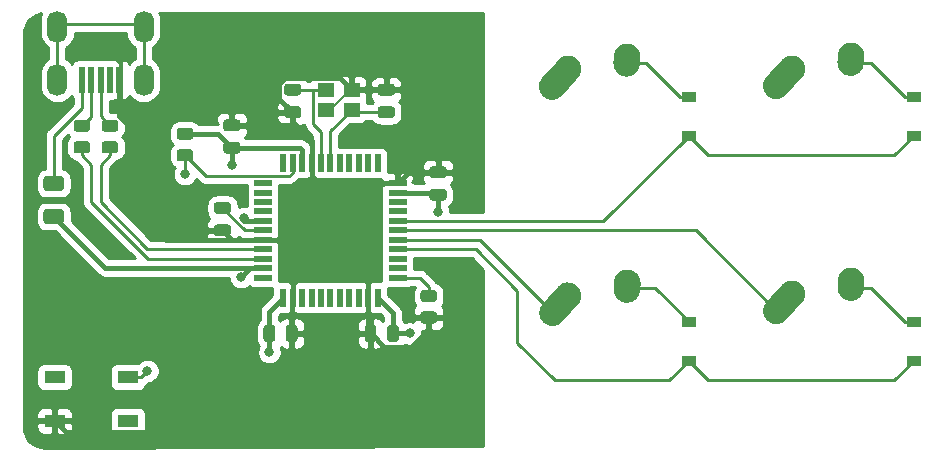
<source format=gbl>
%TF.GenerationSoftware,KiCad,Pcbnew,(5.1.10)-1*%
%TF.CreationDate,2021-05-26T18:35:01+08:00*%
%TF.ProjectId,FirstPCB,46697273-7450-4434-922e-6b696361645f,rev?*%
%TF.SameCoordinates,Original*%
%TF.FileFunction,Copper,L2,Bot*%
%TF.FilePolarity,Positive*%
%FSLAX46Y46*%
G04 Gerber Fmt 4.6, Leading zero omitted, Abs format (unit mm)*
G04 Created by KiCad (PCBNEW (5.1.10)-1) date 2021-05-26 18:35:01*
%MOMM*%
%LPD*%
G01*
G04 APERTURE LIST*
%TA.AperFunction,ComponentPad*%
%ADD10C,2.250000*%
%TD*%
%TA.AperFunction,SMDPad,CuDef*%
%ADD11R,1.200000X0.900000*%
%TD*%
%TA.AperFunction,SMDPad,CuDef*%
%ADD12R,1.400000X1.200000*%
%TD*%
%TA.AperFunction,ComponentPad*%
%ADD13O,1.700000X2.700000*%
%TD*%
%TA.AperFunction,SMDPad,CuDef*%
%ADD14R,0.500000X2.250000*%
%TD*%
%TA.AperFunction,SMDPad,CuDef*%
%ADD15R,0.550000X1.500000*%
%TD*%
%TA.AperFunction,SMDPad,CuDef*%
%ADD16R,1.500000X0.550000*%
%TD*%
%TA.AperFunction,SMDPad,CuDef*%
%ADD17R,1.800000X1.100000*%
%TD*%
%TA.AperFunction,ViaPad*%
%ADD18C,0.800000*%
%TD*%
%TA.AperFunction,Conductor*%
%ADD19C,0.254000*%
%TD*%
%TA.AperFunction,Conductor*%
%ADD20C,0.381000*%
%TD*%
%TA.AperFunction,Conductor*%
%ADD21C,0.203200*%
%TD*%
%TA.AperFunction,Conductor*%
%ADD22C,0.100000*%
%TD*%
G04 APERTURE END LIST*
D10*
%TO.P,MX3,1*%
%TO.N,COL0*%
X115768750Y-131731250D03*
%TA.AperFunction,ComponentPad*%
G36*
G01*
X113707438Y-134028600D02*
X113707433Y-134028595D01*
G75*
G02*
X113621405Y-132439933I751317J837345D01*
G01*
X114931407Y-130979933D01*
G75*
G02*
X116520069Y-130893905I837345J-751317D01*
G01*
X116520069Y-130893905D01*
G75*
G02*
X116606097Y-132482567I-751317J-837345D01*
G01*
X115296095Y-133942567D01*
G75*
G02*
X113707433Y-134028595I-837345J751317D01*
G01*
G37*
%TD.AperFunction*%
%TO.P,MX3,2*%
%TO.N,Net-(D3-Pad2)*%
X120808750Y-130651250D03*
%TA.AperFunction,ComponentPad*%
G36*
G01*
X120692233Y-132353645D02*
X120691347Y-132353584D01*
G75*
G02*
X119646416Y-131153847I77403J1122334D01*
G01*
X119686416Y-130573847D01*
G75*
G02*
X120886153Y-129528916I1122334J-77403D01*
G01*
X120886153Y-129528916D01*
G75*
G02*
X121931084Y-130728653I-77403J-1122334D01*
G01*
X121891084Y-131308653D01*
G75*
G02*
X120691347Y-132353584I-1122334J77403D01*
G01*
G37*
%TD.AperFunction*%
%TD*%
%TO.P,MX1,1*%
%TO.N,COL0*%
X115737000Y-112586000D03*
%TA.AperFunction,ComponentPad*%
G36*
G01*
X113675688Y-114883350D02*
X113675683Y-114883345D01*
G75*
G02*
X113589655Y-113294683I751317J837345D01*
G01*
X114899657Y-111834683D01*
G75*
G02*
X116488319Y-111748655I837345J-751317D01*
G01*
X116488319Y-111748655D01*
G75*
G02*
X116574347Y-113337317I-751317J-837345D01*
G01*
X115264345Y-114797317D01*
G75*
G02*
X113675683Y-114883345I-837345J751317D01*
G01*
G37*
%TD.AperFunction*%
%TO.P,MX1,2*%
%TO.N,Net-(D1-Pad2)*%
X120777000Y-111506000D03*
%TA.AperFunction,ComponentPad*%
G36*
G01*
X120660483Y-113208395D02*
X120659597Y-113208334D01*
G75*
G02*
X119614666Y-112008597I77403J1122334D01*
G01*
X119654666Y-111428597D01*
G75*
G02*
X120854403Y-110383666I1122334J-77403D01*
G01*
X120854403Y-110383666D01*
G75*
G02*
X121899334Y-111583403I-77403J-1122334D01*
G01*
X121859334Y-112163403D01*
G75*
G02*
X120659597Y-113208334I-1122334J77403D01*
G01*
G37*
%TD.AperFunction*%
%TD*%
D11*
%TO.P,D2,2*%
%TO.N,Net-(D2-Pad2)*%
X145034000Y-114904250D03*
%TO.P,D2,1*%
%TO.N,ROW0*%
X145034000Y-118204250D03*
%TD*%
D12*
%TO.P,Y1,4*%
%TO.N,GND*%
X95250000Y-116000000D03*
%TO.P,Y1,3*%
%TO.N,Net-(C1-Pad2)*%
X97450000Y-116000000D03*
%TO.P,Y1,2*%
%TO.N,GND*%
X97450000Y-114300000D03*
%TO.P,Y1,1*%
%TO.N,Net-(C2-Pad2)*%
X95250000Y-114300000D03*
%TD*%
D13*
%TO.P,USB1,6*%
%TO.N,Net-(USB1-Pad6)*%
X72550000Y-108966000D03*
X79850000Y-108966000D03*
X79850000Y-113466000D03*
X72550000Y-113466000D03*
D14*
%TO.P,USB1,5*%
%TO.N,VCC*%
X74600000Y-113466000D03*
%TO.P,USB1,4*%
%TO.N,D-*%
X75400000Y-113466000D03*
%TO.P,USB1,3*%
%TO.N,D+*%
X76200000Y-113466000D03*
%TO.P,USB1,2*%
%TO.N,Net-(USB1-Pad2)*%
X77000000Y-113466000D03*
%TO.P,USB1,1*%
%TO.N,GND*%
X77800000Y-113466000D03*
%TD*%
D15*
%TO.P,U1,44*%
%TO.N,+5V*%
X91662750Y-131906250D03*
%TO.P,U1,43*%
%TO.N,GND*%
X92462750Y-131906250D03*
%TO.P,U1,42*%
%TO.N,Net-(U1-Pad42)*%
X93262750Y-131906250D03*
%TO.P,U1,41*%
%TO.N,Net-(U1-Pad41)*%
X94062750Y-131906250D03*
%TO.P,U1,40*%
%TO.N,Net-(U1-Pad40)*%
X94862750Y-131906250D03*
%TO.P,U1,39*%
%TO.N,Net-(U1-Pad39)*%
X95662750Y-131906250D03*
%TO.P,U1,38*%
%TO.N,Net-(U1-Pad38)*%
X96462750Y-131906250D03*
%TO.P,U1,37*%
%TO.N,Net-(U1-Pad37)*%
X97262750Y-131906250D03*
%TO.P,U1,36*%
%TO.N,Net-(U1-Pad36)*%
X98062750Y-131906250D03*
%TO.P,U1,35*%
%TO.N,GND*%
X98862750Y-131906250D03*
%TO.P,U1,34*%
%TO.N,+5V*%
X99662750Y-131906250D03*
D16*
%TO.P,U1,33*%
%TO.N,Net-(R4-Pad1)*%
X101362750Y-130206250D03*
%TO.P,U1,32*%
%TO.N,Net-(U1-Pad32)*%
X101362750Y-129406250D03*
%TO.P,U1,31*%
%TO.N,Net-(U1-Pad31)*%
X101362750Y-128606250D03*
%TO.P,U1,30*%
%TO.N,ROW1*%
X101362750Y-127806250D03*
%TO.P,U1,29*%
%TO.N,COL0*%
X101362750Y-127006250D03*
%TO.P,U1,28*%
%TO.N,COL1*%
X101362750Y-126206250D03*
%TO.P,U1,27*%
%TO.N,ROW0*%
X101362750Y-125406250D03*
%TO.P,U1,26*%
%TO.N,Net-(U1-Pad26)*%
X101362750Y-124606250D03*
%TO.P,U1,25*%
%TO.N,Net-(U1-Pad25)*%
X101362750Y-123806250D03*
%TO.P,U1,24*%
%TO.N,+5V*%
X101362750Y-123006250D03*
%TO.P,U1,23*%
%TO.N,GND*%
X101362750Y-122206250D03*
D15*
%TO.P,U1,22*%
%TO.N,Net-(U1-Pad22)*%
X99662750Y-120506250D03*
%TO.P,U1,21*%
%TO.N,Net-(U1-Pad21)*%
X98862750Y-120506250D03*
%TO.P,U1,20*%
%TO.N,Net-(U1-Pad20)*%
X98062750Y-120506250D03*
%TO.P,U1,19*%
%TO.N,Net-(U1-Pad19)*%
X97262750Y-120506250D03*
%TO.P,U1,18*%
%TO.N,Net-(U1-Pad18)*%
X96462750Y-120506250D03*
%TO.P,U1,17*%
%TO.N,Net-(C1-Pad2)*%
X95662750Y-120506250D03*
%TO.P,U1,16*%
%TO.N,Net-(C2-Pad2)*%
X94862750Y-120506250D03*
%TO.P,U1,15*%
%TO.N,GND*%
X94062750Y-120506250D03*
%TO.P,U1,14*%
%TO.N,+5V*%
X93262750Y-120506250D03*
%TO.P,U1,13*%
%TO.N,Net-(R1-Pad2)*%
X92462750Y-120506250D03*
%TO.P,U1,12*%
%TO.N,Net-(U1-Pad12)*%
X91662750Y-120506250D03*
D16*
%TO.P,U1,11*%
%TO.N,Net-(U1-Pad11)*%
X89962750Y-122206250D03*
%TO.P,U1,10*%
%TO.N,Net-(U1-Pad10)*%
X89962750Y-123006250D03*
%TO.P,U1,9*%
%TO.N,Net-(U1-Pad9)*%
X89962750Y-123806250D03*
%TO.P,U1,8*%
%TO.N,Net-(U1-Pad8)*%
X89962750Y-124606250D03*
%TO.P,U1,7*%
%TO.N,+5V*%
X89962750Y-125406250D03*
%TO.P,U1,6*%
%TO.N,Net-(C3-Pad1)*%
X89962750Y-126206250D03*
%TO.P,U1,5*%
%TO.N,GND*%
X89962750Y-127006250D03*
%TO.P,U1,4*%
%TO.N,Net-(R2-Pad1)*%
X89962750Y-127806250D03*
%TO.P,U1,3*%
%TO.N,Net-(R3-Pad1)*%
X89962750Y-128606250D03*
%TO.P,U1,2*%
%TO.N,+5V*%
X89962750Y-129406250D03*
%TO.P,U1,1*%
%TO.N,Net-(U1-Pad1)*%
X89962750Y-130206250D03*
%TD*%
D17*
%TO.P,SW1,4*%
%TO.N,N/C*%
X78506250Y-142343750D03*
%TO.P,SW1,3*%
X72306250Y-138643750D03*
%TO.P,SW1,2*%
%TO.N,Net-(R1-Pad2)*%
X78506250Y-138643750D03*
%TO.P,SW1,1*%
%TO.N,GND*%
X72306250Y-142343750D03*
%TD*%
%TO.P,R4,2*%
%TO.N,GND*%
%TA.AperFunction,SMDPad,CuDef*%
G36*
G01*
X103531249Y-133075000D02*
X104431251Y-133075000D01*
G75*
G02*
X104681250Y-133324999I0J-249999D01*
G01*
X104681250Y-133850001D01*
G75*
G02*
X104431251Y-134100000I-249999J0D01*
G01*
X103531249Y-134100000D01*
G75*
G02*
X103281250Y-133850001I0J249999D01*
G01*
X103281250Y-133324999D01*
G75*
G02*
X103531249Y-133075000I249999J0D01*
G01*
G37*
%TD.AperFunction*%
%TO.P,R4,1*%
%TO.N,Net-(R4-Pad1)*%
%TA.AperFunction,SMDPad,CuDef*%
G36*
G01*
X103531249Y-131250000D02*
X104431251Y-131250000D01*
G75*
G02*
X104681250Y-131499999I0J-249999D01*
G01*
X104681250Y-132025001D01*
G75*
G02*
X104431251Y-132275000I-249999J0D01*
G01*
X103531249Y-132275000D01*
G75*
G02*
X103281250Y-132025001I0J249999D01*
G01*
X103281250Y-131499999D01*
G75*
G02*
X103531249Y-131250000I249999J0D01*
G01*
G37*
%TD.AperFunction*%
%TD*%
%TO.P,R3,2*%
%TO.N,D-*%
%TA.AperFunction,SMDPad,CuDef*%
G36*
G01*
X75062501Y-117868750D02*
X74162499Y-117868750D01*
G75*
G02*
X73912500Y-117618751I0J249999D01*
G01*
X73912500Y-117093749D01*
G75*
G02*
X74162499Y-116843750I249999J0D01*
G01*
X75062501Y-116843750D01*
G75*
G02*
X75312500Y-117093749I0J-249999D01*
G01*
X75312500Y-117618751D01*
G75*
G02*
X75062501Y-117868750I-249999J0D01*
G01*
G37*
%TD.AperFunction*%
%TO.P,R3,1*%
%TO.N,Net-(R3-Pad1)*%
%TA.AperFunction,SMDPad,CuDef*%
G36*
G01*
X75062501Y-119693750D02*
X74162499Y-119693750D01*
G75*
G02*
X73912500Y-119443751I0J249999D01*
G01*
X73912500Y-118918749D01*
G75*
G02*
X74162499Y-118668750I249999J0D01*
G01*
X75062501Y-118668750D01*
G75*
G02*
X75312500Y-118918749I0J-249999D01*
G01*
X75312500Y-119443751D01*
G75*
G02*
X75062501Y-119693750I-249999J0D01*
G01*
G37*
%TD.AperFunction*%
%TD*%
%TO.P,R2,2*%
%TO.N,D+*%
%TA.AperFunction,SMDPad,CuDef*%
G36*
G01*
X77443751Y-117868750D02*
X76543749Y-117868750D01*
G75*
G02*
X76293750Y-117618751I0J249999D01*
G01*
X76293750Y-117093749D01*
G75*
G02*
X76543749Y-116843750I249999J0D01*
G01*
X77443751Y-116843750D01*
G75*
G02*
X77693750Y-117093749I0J-249999D01*
G01*
X77693750Y-117618751D01*
G75*
G02*
X77443751Y-117868750I-249999J0D01*
G01*
G37*
%TD.AperFunction*%
%TO.P,R2,1*%
%TO.N,Net-(R2-Pad1)*%
%TA.AperFunction,SMDPad,CuDef*%
G36*
G01*
X77443751Y-119693750D02*
X76543749Y-119693750D01*
G75*
G02*
X76293750Y-119443751I0J249999D01*
G01*
X76293750Y-118918749D01*
G75*
G02*
X76543749Y-118668750I249999J0D01*
G01*
X77443751Y-118668750D01*
G75*
G02*
X77693750Y-118918749I0J-249999D01*
G01*
X77693750Y-119443751D01*
G75*
G02*
X77443751Y-119693750I-249999J0D01*
G01*
G37*
%TD.AperFunction*%
%TD*%
%TO.P,R1,2*%
%TO.N,Net-(R1-Pad2)*%
%TA.AperFunction,SMDPad,CuDef*%
G36*
G01*
X82893749Y-119343750D02*
X83793751Y-119343750D01*
G75*
G02*
X84043750Y-119593749I0J-249999D01*
G01*
X84043750Y-120118751D01*
G75*
G02*
X83793751Y-120368750I-249999J0D01*
G01*
X82893749Y-120368750D01*
G75*
G02*
X82643750Y-120118751I0J249999D01*
G01*
X82643750Y-119593749D01*
G75*
G02*
X82893749Y-119343750I249999J0D01*
G01*
G37*
%TD.AperFunction*%
%TO.P,R1,1*%
%TO.N,+5V*%
%TA.AperFunction,SMDPad,CuDef*%
G36*
G01*
X82893749Y-117518750D02*
X83793751Y-117518750D01*
G75*
G02*
X84043750Y-117768749I0J-249999D01*
G01*
X84043750Y-118293751D01*
G75*
G02*
X83793751Y-118543750I-249999J0D01*
G01*
X82893749Y-118543750D01*
G75*
G02*
X82643750Y-118293751I0J249999D01*
G01*
X82643750Y-117768749D01*
G75*
G02*
X82893749Y-117518750I249999J0D01*
G01*
G37*
%TD.AperFunction*%
%TD*%
D10*
%TO.P,MX4,1*%
%TO.N,COL1*%
X134723500Y-131572500D03*
%TA.AperFunction,ComponentPad*%
G36*
G01*
X132662188Y-133869850D02*
X132662183Y-133869845D01*
G75*
G02*
X132576155Y-132281183I751317J837345D01*
G01*
X133886157Y-130821183D01*
G75*
G02*
X135474819Y-130735155I837345J-751317D01*
G01*
X135474819Y-130735155D01*
G75*
G02*
X135560847Y-132323817I-751317J-837345D01*
G01*
X134250845Y-133783817D01*
G75*
G02*
X132662183Y-133869845I-837345J751317D01*
G01*
G37*
%TD.AperFunction*%
%TO.P,MX4,2*%
%TO.N,Net-(D4-Pad2)*%
X139763500Y-130492500D03*
%TA.AperFunction,ComponentPad*%
G36*
G01*
X139646983Y-132194895D02*
X139646097Y-132194834D01*
G75*
G02*
X138601166Y-130995097I77403J1122334D01*
G01*
X138641166Y-130415097D01*
G75*
G02*
X139840903Y-129370166I1122334J-77403D01*
G01*
X139840903Y-129370166D01*
G75*
G02*
X140885834Y-130569903I-77403J-1122334D01*
G01*
X140845834Y-131149903D01*
G75*
G02*
X139646097Y-132194834I-1122334J77403D01*
G01*
G37*
%TD.AperFunction*%
%TD*%
%TO.P,MX2,1*%
%TO.N,COL1*%
X134710500Y-112522500D03*
%TA.AperFunction,ComponentPad*%
G36*
G01*
X132649188Y-114819850D02*
X132649183Y-114819845D01*
G75*
G02*
X132563155Y-113231183I751317J837345D01*
G01*
X133873157Y-111771183D01*
G75*
G02*
X135461819Y-111685155I837345J-751317D01*
G01*
X135461819Y-111685155D01*
G75*
G02*
X135547847Y-113273817I-751317J-837345D01*
G01*
X134237845Y-114733817D01*
G75*
G02*
X132649183Y-114819845I-837345J751317D01*
G01*
G37*
%TD.AperFunction*%
%TO.P,MX2,2*%
%TO.N,Net-(D2-Pad2)*%
X139750500Y-111442500D03*
%TA.AperFunction,ComponentPad*%
G36*
G01*
X139633983Y-113144895D02*
X139633097Y-113144834D01*
G75*
G02*
X138588166Y-111945097I77403J1122334D01*
G01*
X138628166Y-111365097D01*
G75*
G02*
X139827903Y-110320166I1122334J-77403D01*
G01*
X139827903Y-110320166D01*
G75*
G02*
X140872834Y-111519903I-77403J-1122334D01*
G01*
X140832834Y-112099903D01*
G75*
G02*
X139633097Y-113144834I-1122334J77403D01*
G01*
G37*
%TD.AperFunction*%
%TD*%
%TO.P,F1,2*%
%TO.N,VCC*%
%TA.AperFunction,SMDPad,CuDef*%
G36*
G01*
X72856250Y-122862500D02*
X71606250Y-122862500D01*
G75*
G02*
X71356250Y-122612500I0J250000D01*
G01*
X71356250Y-121862500D01*
G75*
G02*
X71606250Y-121612500I250000J0D01*
G01*
X72856250Y-121612500D01*
G75*
G02*
X73106250Y-121862500I0J-250000D01*
G01*
X73106250Y-122612500D01*
G75*
G02*
X72856250Y-122862500I-250000J0D01*
G01*
G37*
%TD.AperFunction*%
%TO.P,F1,1*%
%TO.N,+5V*%
%TA.AperFunction,SMDPad,CuDef*%
G36*
G01*
X72856250Y-125662500D02*
X71606250Y-125662500D01*
G75*
G02*
X71356250Y-125412500I0J250000D01*
G01*
X71356250Y-124662500D01*
G75*
G02*
X71606250Y-124412500I250000J0D01*
G01*
X72856250Y-124412500D01*
G75*
G02*
X73106250Y-124662500I0J-250000D01*
G01*
X73106250Y-125412500D01*
G75*
G02*
X72856250Y-125662500I-250000J0D01*
G01*
G37*
%TD.AperFunction*%
%TD*%
D11*
%TO.P,D4,2*%
%TO.N,Net-(D4-Pad2)*%
X145034000Y-133954250D03*
%TO.P,D4,1*%
%TO.N,ROW1*%
X145034000Y-137254250D03*
%TD*%
%TO.P,D3,2*%
%TO.N,Net-(D3-Pad2)*%
X125984000Y-133954250D03*
%TO.P,D3,1*%
%TO.N,ROW1*%
X125984000Y-137254250D03*
%TD*%
%TO.P,D1,2*%
%TO.N,Net-(D1-Pad2)*%
X125984000Y-114904250D03*
%TO.P,D1,1*%
%TO.N,ROW0*%
X125984000Y-118204250D03*
%TD*%
%TO.P,C7,2*%
%TO.N,GND*%
%TA.AperFunction,SMDPad,CuDef*%
G36*
G01*
X91887500Y-135412500D02*
X91887500Y-134462500D01*
G75*
G02*
X92137500Y-134212500I250000J0D01*
G01*
X92637500Y-134212500D01*
G75*
G02*
X92887500Y-134462500I0J-250000D01*
G01*
X92887500Y-135412500D01*
G75*
G02*
X92637500Y-135662500I-250000J0D01*
G01*
X92137500Y-135662500D01*
G75*
G02*
X91887500Y-135412500I0J250000D01*
G01*
G37*
%TD.AperFunction*%
%TO.P,C7,1*%
%TO.N,+5V*%
%TA.AperFunction,SMDPad,CuDef*%
G36*
G01*
X89987500Y-135412500D02*
X89987500Y-134462500D01*
G75*
G02*
X90237500Y-134212500I250000J0D01*
G01*
X90737500Y-134212500D01*
G75*
G02*
X90987500Y-134462500I0J-250000D01*
G01*
X90987500Y-135412500D01*
G75*
G02*
X90737500Y-135662500I-250000J0D01*
G01*
X90237500Y-135662500D01*
G75*
G02*
X89987500Y-135412500I0J250000D01*
G01*
G37*
%TD.AperFunction*%
%TD*%
%TO.P,C6,2*%
%TO.N,GND*%
%TA.AperFunction,SMDPad,CuDef*%
G36*
G01*
X99562500Y-134462500D02*
X99562500Y-135412500D01*
G75*
G02*
X99312500Y-135662500I-250000J0D01*
G01*
X98812500Y-135662500D01*
G75*
G02*
X98562500Y-135412500I0J250000D01*
G01*
X98562500Y-134462500D01*
G75*
G02*
X98812500Y-134212500I250000J0D01*
G01*
X99312500Y-134212500D01*
G75*
G02*
X99562500Y-134462500I0J-250000D01*
G01*
G37*
%TD.AperFunction*%
%TO.P,C6,1*%
%TO.N,+5V*%
%TA.AperFunction,SMDPad,CuDef*%
G36*
G01*
X101462500Y-134462500D02*
X101462500Y-135412500D01*
G75*
G02*
X101212500Y-135662500I-250000J0D01*
G01*
X100712500Y-135662500D01*
G75*
G02*
X100462500Y-135412500I0J250000D01*
G01*
X100462500Y-134462500D01*
G75*
G02*
X100712500Y-134212500I250000J0D01*
G01*
X101212500Y-134212500D01*
G75*
G02*
X101462500Y-134462500I0J-250000D01*
G01*
G37*
%TD.AperFunction*%
%TD*%
%TO.P,C5,2*%
%TO.N,GND*%
%TA.AperFunction,SMDPad,CuDef*%
G36*
G01*
X87787500Y-117818750D02*
X86837500Y-117818750D01*
G75*
G02*
X86587500Y-117568750I0J250000D01*
G01*
X86587500Y-117068750D01*
G75*
G02*
X86837500Y-116818750I250000J0D01*
G01*
X87787500Y-116818750D01*
G75*
G02*
X88037500Y-117068750I0J-250000D01*
G01*
X88037500Y-117568750D01*
G75*
G02*
X87787500Y-117818750I-250000J0D01*
G01*
G37*
%TD.AperFunction*%
%TO.P,C5,1*%
%TO.N,+5V*%
%TA.AperFunction,SMDPad,CuDef*%
G36*
G01*
X87787500Y-119718750D02*
X86837500Y-119718750D01*
G75*
G02*
X86587500Y-119468750I0J250000D01*
G01*
X86587500Y-118968750D01*
G75*
G02*
X86837500Y-118718750I250000J0D01*
G01*
X87787500Y-118718750D01*
G75*
G02*
X88037500Y-118968750I0J-250000D01*
G01*
X88037500Y-119468750D01*
G75*
G02*
X87787500Y-119718750I-250000J0D01*
G01*
G37*
%TD.AperFunction*%
%TD*%
%TO.P,C4,2*%
%TO.N,GND*%
%TA.AperFunction,SMDPad,CuDef*%
G36*
G01*
X105250000Y-121787500D02*
X104300000Y-121787500D01*
G75*
G02*
X104050000Y-121537500I0J250000D01*
G01*
X104050000Y-121037500D01*
G75*
G02*
X104300000Y-120787500I250000J0D01*
G01*
X105250000Y-120787500D01*
G75*
G02*
X105500000Y-121037500I0J-250000D01*
G01*
X105500000Y-121537500D01*
G75*
G02*
X105250000Y-121787500I-250000J0D01*
G01*
G37*
%TD.AperFunction*%
%TO.P,C4,1*%
%TO.N,+5V*%
%TA.AperFunction,SMDPad,CuDef*%
G36*
G01*
X105250000Y-123687500D02*
X104300000Y-123687500D01*
G75*
G02*
X104050000Y-123437500I0J250000D01*
G01*
X104050000Y-122937500D01*
G75*
G02*
X104300000Y-122687500I250000J0D01*
G01*
X105250000Y-122687500D01*
G75*
G02*
X105500000Y-122937500I0J-250000D01*
G01*
X105500000Y-123437500D01*
G75*
G02*
X105250000Y-123687500I-250000J0D01*
G01*
G37*
%TD.AperFunction*%
%TD*%
%TO.P,C3,2*%
%TO.N,GND*%
%TA.AperFunction,SMDPad,CuDef*%
G36*
G01*
X86043750Y-125706250D02*
X86993750Y-125706250D01*
G75*
G02*
X87243750Y-125956250I0J-250000D01*
G01*
X87243750Y-126456250D01*
G75*
G02*
X86993750Y-126706250I-250000J0D01*
G01*
X86043750Y-126706250D01*
G75*
G02*
X85793750Y-126456250I0J250000D01*
G01*
X85793750Y-125956250D01*
G75*
G02*
X86043750Y-125706250I250000J0D01*
G01*
G37*
%TD.AperFunction*%
%TO.P,C3,1*%
%TO.N,Net-(C3-Pad1)*%
%TA.AperFunction,SMDPad,CuDef*%
G36*
G01*
X86043750Y-123806250D02*
X86993750Y-123806250D01*
G75*
G02*
X87243750Y-124056250I0J-250000D01*
G01*
X87243750Y-124556250D01*
G75*
G02*
X86993750Y-124806250I-250000J0D01*
G01*
X86043750Y-124806250D01*
G75*
G02*
X85793750Y-124556250I0J250000D01*
G01*
X85793750Y-124056250D01*
G75*
G02*
X86043750Y-123806250I250000J0D01*
G01*
G37*
%TD.AperFunction*%
%TD*%
%TO.P,C2,2*%
%TO.N,Net-(C2-Pad2)*%
%TA.AperFunction,SMDPad,CuDef*%
G36*
G01*
X92931000Y-114802500D02*
X91981000Y-114802500D01*
G75*
G02*
X91731000Y-114552500I0J250000D01*
G01*
X91731000Y-114052500D01*
G75*
G02*
X91981000Y-113802500I250000J0D01*
G01*
X92931000Y-113802500D01*
G75*
G02*
X93181000Y-114052500I0J-250000D01*
G01*
X93181000Y-114552500D01*
G75*
G02*
X92931000Y-114802500I-250000J0D01*
G01*
G37*
%TD.AperFunction*%
%TO.P,C2,1*%
%TO.N,GND*%
%TA.AperFunction,SMDPad,CuDef*%
G36*
G01*
X92931000Y-116702500D02*
X91981000Y-116702500D01*
G75*
G02*
X91731000Y-116452500I0J250000D01*
G01*
X91731000Y-115952500D01*
G75*
G02*
X91981000Y-115702500I250000J0D01*
G01*
X92931000Y-115702500D01*
G75*
G02*
X93181000Y-115952500I0J-250000D01*
G01*
X93181000Y-116452500D01*
G75*
G02*
X92931000Y-116702500I-250000J0D01*
G01*
G37*
%TD.AperFunction*%
%TD*%
%TO.P,C1,2*%
%TO.N,Net-(C1-Pad2)*%
%TA.AperFunction,SMDPad,CuDef*%
G36*
G01*
X99918500Y-115702500D02*
X100868500Y-115702500D01*
G75*
G02*
X101118500Y-115952500I0J-250000D01*
G01*
X101118500Y-116452500D01*
G75*
G02*
X100868500Y-116702500I-250000J0D01*
G01*
X99918500Y-116702500D01*
G75*
G02*
X99668500Y-116452500I0J250000D01*
G01*
X99668500Y-115952500D01*
G75*
G02*
X99918500Y-115702500I250000J0D01*
G01*
G37*
%TD.AperFunction*%
%TO.P,C1,1*%
%TO.N,GND*%
%TA.AperFunction,SMDPad,CuDef*%
G36*
G01*
X99918500Y-113802500D02*
X100868500Y-113802500D01*
G75*
G02*
X101118500Y-114052500I0J-250000D01*
G01*
X101118500Y-114552500D01*
G75*
G02*
X100868500Y-114802500I-250000J0D01*
G01*
X99918500Y-114802500D01*
G75*
G02*
X99668500Y-114552500I0J250000D01*
G01*
X99668500Y-114052500D01*
G75*
G02*
X99918500Y-113802500I250000J0D01*
G01*
G37*
%TD.AperFunction*%
%TD*%
D18*
%TO.N,+5V*%
X90487500Y-136525000D03*
X87312500Y-120650000D03*
X102393750Y-134937500D03*
X104775000Y-124618750D03*
X88379692Y-125139058D03*
X88106250Y-130175000D03*
%TO.N,Net-(R1-Pad2)*%
X80168750Y-138112500D03*
X83343750Y-121443750D03*
%TD*%
D19*
%TO.N,Net-(C1-Pad2)*%
X95662750Y-117787250D02*
X95662750Y-120506250D01*
X97450000Y-116000000D02*
X95662750Y-117787250D01*
X97652500Y-116202500D02*
X97450000Y-116000000D01*
X100393500Y-116202500D02*
X97652500Y-116202500D01*
D20*
%TO.N,GND*%
X97452500Y-114302500D02*
X97450000Y-114300000D01*
X100393500Y-114302500D02*
X97452500Y-114302500D01*
X95047500Y-116202500D02*
X95250000Y-116000000D01*
X95552902Y-116000000D02*
X95250000Y-116000000D01*
X97450000Y-114300000D02*
X97252902Y-114300000D01*
X91818181Y-113309499D02*
X91340490Y-113787190D01*
X91340490Y-115086990D02*
X92456000Y-116202500D01*
X96459499Y-113309499D02*
X91818181Y-113309499D01*
X91340490Y-113787190D02*
X91340490Y-115086990D01*
X97450000Y-114300000D02*
X96459499Y-113309499D01*
X94062750Y-119578348D02*
X94062750Y-120506250D01*
X92456000Y-116202500D02*
X92456000Y-117062250D01*
X94062750Y-118669000D02*
X94062750Y-119578348D01*
X92456000Y-117062250D02*
X94062750Y-118669000D01*
X87312500Y-117318750D02*
X92712500Y-117318750D01*
D21*
X95650000Y-116000000D02*
X95250000Y-116000000D01*
X97350000Y-114300000D02*
X95650000Y-116000000D01*
X97450000Y-114300000D02*
X97350000Y-114300000D01*
D20*
X98862750Y-129819000D02*
X98862750Y-131906250D01*
X96837500Y-123825000D02*
X96837500Y-127793750D01*
X98456250Y-122206250D02*
X96837500Y-123825000D01*
X101362750Y-122206250D02*
X98456250Y-122206250D01*
X89962750Y-127006250D02*
X91093750Y-127006250D01*
X97631250Y-128587500D02*
X98862750Y-129819000D01*
X96837500Y-127793750D02*
X97631250Y-128587500D01*
X96837500Y-127793750D02*
X92868750Y-127793750D01*
X92081250Y-127006250D02*
X89962750Y-127006250D01*
X92868750Y-127793750D02*
X92081250Y-127006250D01*
X92462750Y-130775250D02*
X92868750Y-130369250D01*
X92462750Y-131906250D02*
X92462750Y-130775250D01*
X92868750Y-130369250D02*
X92868750Y-127793750D01*
X96837500Y-123825000D02*
X96043750Y-123031250D01*
X94062750Y-121637250D02*
X94062750Y-120506250D01*
X95456750Y-123031250D02*
X94062750Y-121637250D01*
X96043750Y-123031250D02*
X95456750Y-123031250D01*
X92387500Y-131981500D02*
X92462750Y-131906250D01*
X92387500Y-134937500D02*
X92387500Y-131981500D01*
X98862750Y-134737750D02*
X98862750Y-131906250D01*
X88750000Y-127006250D02*
X89962750Y-127006250D01*
X102281500Y-121287500D02*
X101362750Y-122206250D01*
X104775000Y-121287500D02*
X102281500Y-121287500D01*
X81762500Y-127006250D02*
X89962750Y-127006250D01*
X79375000Y-124618750D02*
X81762500Y-127006250D01*
X79375000Y-118119180D02*
X79375000Y-124618750D01*
X77800000Y-116544180D02*
X79375000Y-118119180D01*
X92387500Y-139387500D02*
X92387500Y-134937500D01*
X88490749Y-143284251D02*
X92387500Y-139387500D01*
X73246751Y-143284251D02*
X88490749Y-143284251D01*
X72306250Y-142343750D02*
X73246751Y-143284251D01*
X86518750Y-126206250D02*
X87312500Y-127000000D01*
X103981250Y-134519942D02*
X103981250Y-133587500D01*
X102448182Y-136053010D02*
X103981250Y-134519942D01*
X100178010Y-136053010D02*
X102448182Y-136053010D01*
X99062500Y-134937500D02*
X100178010Y-136053010D01*
X77800000Y-116544180D02*
X77800000Y-113593000D01*
D19*
%TO.N,Net-(C2-Pad2)*%
X95247500Y-114302500D02*
X95250000Y-114300000D01*
X92456000Y-114302500D02*
X95247500Y-114302500D01*
X94296000Y-114300000D02*
X94222999Y-114373001D01*
X95250000Y-114300000D02*
X94296000Y-114300000D01*
X94222999Y-114373001D02*
X94222999Y-117241749D01*
X94862750Y-117881500D02*
X94862750Y-120506250D01*
X94222999Y-117241749D02*
X94862750Y-117881500D01*
%TO.N,Net-(C3-Pad1)*%
X88418750Y-126206250D02*
X89962750Y-126206250D01*
X86518750Y-124306250D02*
X88418750Y-126206250D01*
D20*
%TO.N,+5V*%
X93106250Y-119218750D02*
X93262750Y-119375250D01*
X93262750Y-119375250D02*
X93262750Y-120506250D01*
X87312500Y-119218750D02*
X93106250Y-119218750D01*
X100962500Y-133206000D02*
X99662750Y-131906250D01*
X100962500Y-134937500D02*
X100962500Y-133206000D01*
X76600000Y-129406250D02*
X89962750Y-129406250D01*
X72231250Y-125037500D02*
X76600000Y-129406250D01*
X90487500Y-133081500D02*
X91662750Y-131906250D01*
X90487500Y-134937500D02*
X90487500Y-133081500D01*
X104593750Y-123006250D02*
X101362750Y-123006250D01*
X104775000Y-123187500D02*
X104593750Y-123006250D01*
X86125000Y-118031250D02*
X87312500Y-119218750D01*
X83343750Y-118031250D02*
X86125000Y-118031250D01*
X90487500Y-134937500D02*
X90487500Y-136525000D01*
X87312500Y-119218750D02*
X87312500Y-120650000D01*
X100962500Y-134937500D02*
X102393750Y-134937500D01*
X104775000Y-124618750D02*
X104775000Y-123187500D01*
X89962750Y-125406250D02*
X88350618Y-125406250D01*
X88379692Y-125377176D02*
X88379692Y-125139058D01*
X88350618Y-125406250D02*
X88379692Y-125377176D01*
X88831750Y-129406250D02*
X88063000Y-130175000D01*
X89962750Y-129406250D02*
X88831750Y-129406250D01*
X88063000Y-130175000D02*
X88106250Y-130175000D01*
D19*
%TO.N,Net-(D1-Pad2)*%
X125984000Y-114904250D02*
X125223000Y-114904250D01*
X122341250Y-112022500D02*
X120673500Y-112022500D01*
X125223000Y-114904250D02*
X122341250Y-112022500D01*
%TO.N,ROW0*%
X125984000Y-118204250D02*
X127636000Y-119856250D01*
X127636000Y-119856250D02*
X143382000Y-119856250D01*
X118782000Y-125406250D02*
X101362750Y-125406250D01*
X125984000Y-118204250D02*
X118782000Y-125406250D01*
X143382000Y-119856250D02*
X145034000Y-118204250D01*
%TO.N,Net-(D2-Pad2)*%
X144273000Y-114904250D02*
X141391250Y-112022500D01*
X141391250Y-112022500D02*
X139710500Y-112022500D01*
X145034000Y-114904250D02*
X144273000Y-114904250D01*
%TO.N,Net-(D3-Pad2)*%
X125984000Y-133954250D02*
X125984000Y-133921500D01*
X123135000Y-131072500D02*
X120673500Y-131072500D01*
X125984000Y-133921500D02*
X123135000Y-131072500D01*
%TO.N,ROW1*%
X145034000Y-137254250D02*
X143382000Y-138906250D01*
X127636000Y-138906250D02*
X125984000Y-137254250D01*
X143382000Y-138906250D02*
X127636000Y-138906250D01*
X125984000Y-137254250D02*
X124332000Y-138906250D01*
X114648288Y-138906250D02*
X111473288Y-135731250D01*
X124332000Y-138906250D02*
X114648288Y-138906250D01*
X111473288Y-135731250D02*
X111473288Y-131317038D01*
X107962500Y-127806250D02*
X101362750Y-127806250D01*
X111473288Y-131317038D02*
X107962500Y-127806250D01*
%TO.N,Net-(D4-Pad2)*%
X145034000Y-133954250D02*
X145034000Y-133921500D01*
X145034000Y-133954250D02*
X144273000Y-133954250D01*
X141391250Y-131072500D02*
X139723500Y-131072500D01*
X144273000Y-133954250D02*
X141391250Y-131072500D01*
%TO.N,VCC*%
X72231250Y-118208982D02*
X72231250Y-122237500D01*
X74600000Y-115840232D02*
X72231250Y-118208982D01*
X74600000Y-115840232D02*
X74600000Y-113593000D01*
%TO.N,COL0*%
X108337250Y-127006250D02*
X101362750Y-127006250D01*
X114363500Y-133032500D02*
X108337250Y-127006250D01*
%TO.N,COL1*%
X126587250Y-126206250D02*
X101362750Y-126206250D01*
X133413500Y-133032500D02*
X126587250Y-126206250D01*
%TO.N,Net-(R1-Pad2)*%
X79637500Y-138643750D02*
X80168750Y-138112500D01*
X78506250Y-138643750D02*
X79637500Y-138643750D01*
X83343750Y-121443750D02*
X83343750Y-119856250D01*
X92462750Y-121319852D02*
X92462750Y-120506250D01*
X92178353Y-121604249D02*
X92462750Y-121319852D01*
X85091749Y-121604249D02*
X92178353Y-121604249D01*
X83343750Y-119856250D02*
X85091749Y-121604249D01*
%TO.N,D+*%
X76200000Y-116562500D02*
X76993750Y-117356250D01*
X76200000Y-116562500D02*
X76200000Y-113593000D01*
%TO.N,Net-(R2-Pad1)*%
X89950250Y-127793750D02*
X89962750Y-127806250D01*
X80168750Y-127793750D02*
X89950250Y-127793750D01*
X76200000Y-123825000D02*
X80168750Y-127793750D01*
X76200000Y-120650000D02*
X76200000Y-123825000D01*
X76993750Y-119856250D02*
X76200000Y-120650000D01*
X76993750Y-119181250D02*
X76993750Y-119856250D01*
%TO.N,D-*%
X74606250Y-117350000D02*
X74612500Y-117356250D01*
X75400000Y-116568750D02*
X74612500Y-117356250D01*
X75400000Y-116568750D02*
X75400000Y-113593000D01*
%TO.N,Net-(R3-Pad1)*%
X74612500Y-119181250D02*
X74612500Y-119856250D01*
X74612500Y-119856250D02*
X75406250Y-120650000D01*
X75406250Y-120650000D02*
X75406250Y-123825000D01*
X80187500Y-128606250D02*
X89962750Y-128606250D01*
X75406250Y-123825000D02*
X80187500Y-128606250D01*
%TO.N,Net-(R4-Pad1)*%
X103981250Y-131762500D02*
X103981250Y-130968750D01*
X103218750Y-130206250D02*
X101362750Y-130206250D01*
X103981250Y-130968750D02*
X103218750Y-130206250D01*
%TO.N,Net-(USB1-Pad6)*%
X72550000Y-113243750D02*
X72550000Y-108743750D01*
X72550000Y-108743750D02*
X79850000Y-108743750D01*
X79850000Y-113243750D02*
X79850000Y-108743750D01*
%TD*%
%TO.N,GND*%
X71171401Y-107894966D02*
X71086487Y-108174889D01*
X71065000Y-108393050D01*
X71065000Y-109538949D01*
X71086487Y-109757110D01*
X71171401Y-110037033D01*
X71309294Y-110295013D01*
X71494866Y-110521134D01*
X71720986Y-110706706D01*
X71788001Y-110742526D01*
X71788000Y-111689475D01*
X71720987Y-111725294D01*
X71494867Y-111910866D01*
X71309294Y-112136986D01*
X71171401Y-112394966D01*
X71086487Y-112674889D01*
X71065000Y-112893050D01*
X71065000Y-114038949D01*
X71086487Y-114257110D01*
X71171401Y-114537033D01*
X71309294Y-114795013D01*
X71494866Y-115021134D01*
X71720986Y-115206706D01*
X71978966Y-115344599D01*
X72258889Y-115429513D01*
X72550000Y-115458185D01*
X72841110Y-115429513D01*
X73121033Y-115344599D01*
X73379013Y-115206706D01*
X73605134Y-115021134D01*
X73759754Y-114832729D01*
X73760498Y-114835180D01*
X73819463Y-114945494D01*
X73838000Y-114968082D01*
X73838000Y-115524601D01*
X71718904Y-117643698D01*
X71689828Y-117667560D01*
X71636845Y-117732121D01*
X71594605Y-117783590D01*
X71575812Y-117818750D01*
X71523848Y-117915968D01*
X71480276Y-118059605D01*
X71471543Y-118148278D01*
X71465564Y-118208982D01*
X71469250Y-118246405D01*
X71469251Y-120987921D01*
X71432996Y-120991492D01*
X71266400Y-121042028D01*
X71112864Y-121124095D01*
X70978288Y-121234538D01*
X70867845Y-121369114D01*
X70785778Y-121522650D01*
X70735242Y-121689246D01*
X70718178Y-121862500D01*
X70718178Y-122612500D01*
X70735242Y-122785754D01*
X70785778Y-122952350D01*
X70867845Y-123105886D01*
X70978288Y-123240462D01*
X71112864Y-123350905D01*
X71266400Y-123432972D01*
X71432996Y-123483508D01*
X71606250Y-123500572D01*
X72856250Y-123500572D01*
X73029504Y-123483508D01*
X73196100Y-123432972D01*
X73349636Y-123350905D01*
X73484212Y-123240462D01*
X73594655Y-123105886D01*
X73676722Y-122952350D01*
X73727258Y-122785754D01*
X73744322Y-122612500D01*
X73744322Y-121862500D01*
X73727258Y-121689246D01*
X73676722Y-121522650D01*
X73594655Y-121369114D01*
X73484212Y-121234538D01*
X73349636Y-121124095D01*
X73196100Y-121042028D01*
X73029504Y-120991492D01*
X72993250Y-120987921D01*
X72993250Y-118524612D01*
X73417696Y-118100166D01*
X73424095Y-118112137D01*
X73534538Y-118246712D01*
X73561391Y-118268750D01*
X73534538Y-118290788D01*
X73424095Y-118425363D01*
X73342028Y-118578899D01*
X73291492Y-118745495D01*
X73274428Y-118918749D01*
X73274428Y-119443751D01*
X73291492Y-119617005D01*
X73342028Y-119783601D01*
X73424095Y-119937137D01*
X73534538Y-120071712D01*
X73669113Y-120182155D01*
X73822649Y-120264222D01*
X73989245Y-120314758D01*
X74004245Y-120316235D01*
X74023550Y-120339758D01*
X74071079Y-120397672D01*
X74100149Y-120421529D01*
X74644250Y-120965631D01*
X74644251Y-123787567D01*
X74640564Y-123825000D01*
X74655277Y-123974378D01*
X74698849Y-124118015D01*
X74769605Y-124250392D01*
X74815447Y-124306250D01*
X74864829Y-124366422D01*
X74893899Y-124390279D01*
X79084370Y-128580750D01*
X76941933Y-128580750D01*
X73744322Y-125383140D01*
X73744322Y-124662500D01*
X73727258Y-124489246D01*
X73676722Y-124322650D01*
X73594655Y-124169114D01*
X73484212Y-124034538D01*
X73349636Y-123924095D01*
X73196100Y-123842028D01*
X73029504Y-123791492D01*
X72856250Y-123774428D01*
X71606250Y-123774428D01*
X71432996Y-123791492D01*
X71266400Y-123842028D01*
X71112864Y-123924095D01*
X70978288Y-124034538D01*
X70867845Y-124169114D01*
X70785778Y-124322650D01*
X70735242Y-124489246D01*
X70718178Y-124662500D01*
X70718178Y-125412500D01*
X70735242Y-125585754D01*
X70785778Y-125752350D01*
X70867845Y-125905886D01*
X70978288Y-126040462D01*
X71112864Y-126150905D01*
X71266400Y-126232972D01*
X71432996Y-126283508D01*
X71606250Y-126300572D01*
X72326890Y-126300572D01*
X75987607Y-129961290D01*
X76013459Y-129992791D01*
X76044959Y-130018642D01*
X76139157Y-130095949D01*
X76282566Y-130172603D01*
X76438174Y-130219806D01*
X76559447Y-130231750D01*
X76559450Y-130231750D01*
X76600000Y-130235744D01*
X76640550Y-130231750D01*
X87071250Y-130231750D01*
X87071250Y-130276939D01*
X87111024Y-130476898D01*
X87189045Y-130665256D01*
X87302313Y-130834774D01*
X87446476Y-130978937D01*
X87615994Y-131092205D01*
X87804352Y-131170226D01*
X88004311Y-131210000D01*
X88208189Y-131210000D01*
X88408148Y-131170226D01*
X88596506Y-131092205D01*
X88766024Y-130978937D01*
X88789555Y-130955406D01*
X88858256Y-131011787D01*
X88968570Y-131070752D01*
X89088268Y-131107062D01*
X89212750Y-131119322D01*
X90712750Y-131119322D01*
X90753712Y-131115288D01*
X90749678Y-131156250D01*
X90749678Y-131651889D01*
X89932461Y-132469107D01*
X89900960Y-132494959D01*
X89860333Y-132544463D01*
X89797801Y-132620658D01*
X89721147Y-132764067D01*
X89673945Y-132919674D01*
X89658006Y-133081500D01*
X89662001Y-133122060D01*
X89662001Y-133791483D01*
X89609538Y-133834538D01*
X89499095Y-133969114D01*
X89417028Y-134122650D01*
X89366492Y-134289246D01*
X89349428Y-134462500D01*
X89349428Y-135412500D01*
X89366492Y-135585754D01*
X89417028Y-135752350D01*
X89499095Y-135905886D01*
X89585801Y-136011538D01*
X89570295Y-136034744D01*
X89492274Y-136223102D01*
X89452500Y-136423061D01*
X89452500Y-136626939D01*
X89492274Y-136826898D01*
X89570295Y-137015256D01*
X89683563Y-137184774D01*
X89827726Y-137328937D01*
X89997244Y-137442205D01*
X90185602Y-137520226D01*
X90385561Y-137560000D01*
X90589439Y-137560000D01*
X90789398Y-137520226D01*
X90977756Y-137442205D01*
X91147274Y-137328937D01*
X91291437Y-137184774D01*
X91404705Y-137015256D01*
X91482726Y-136826898D01*
X91522500Y-136626939D01*
X91522500Y-136423061D01*
X91482726Y-136223102D01*
X91437964Y-136115039D01*
X91533006Y-136193037D01*
X91643320Y-136252002D01*
X91763018Y-136288312D01*
X91887500Y-136300572D01*
X92101750Y-136297500D01*
X92260500Y-136138750D01*
X92260500Y-135064500D01*
X92514500Y-135064500D01*
X92514500Y-136138750D01*
X92673250Y-136297500D01*
X92887500Y-136300572D01*
X93011982Y-136288312D01*
X93131680Y-136252002D01*
X93241994Y-136193037D01*
X93338685Y-136113685D01*
X93418037Y-136016994D01*
X93477002Y-135906680D01*
X93513312Y-135786982D01*
X93525572Y-135662500D01*
X97924428Y-135662500D01*
X97936688Y-135786982D01*
X97972998Y-135906680D01*
X98031963Y-136016994D01*
X98111315Y-136113685D01*
X98208006Y-136193037D01*
X98318320Y-136252002D01*
X98438018Y-136288312D01*
X98562500Y-136300572D01*
X98776750Y-136297500D01*
X98935500Y-136138750D01*
X98935500Y-135064500D01*
X98086250Y-135064500D01*
X97927500Y-135223250D01*
X97924428Y-135662500D01*
X93525572Y-135662500D01*
X93522500Y-135223250D01*
X93363750Y-135064500D01*
X92514500Y-135064500D01*
X92260500Y-135064500D01*
X92240500Y-135064500D01*
X92240500Y-134810500D01*
X92260500Y-134810500D01*
X92260500Y-133736250D01*
X92514500Y-133736250D01*
X92514500Y-134810500D01*
X93363750Y-134810500D01*
X93522500Y-134651750D01*
X93525572Y-134212500D01*
X97924428Y-134212500D01*
X97927500Y-134651750D01*
X98086250Y-134810500D01*
X98935500Y-134810500D01*
X98935500Y-133736250D01*
X98776750Y-133577500D01*
X98562500Y-133574428D01*
X98438018Y-133586688D01*
X98318320Y-133622998D01*
X98208006Y-133681963D01*
X98111315Y-133761315D01*
X98031963Y-133858006D01*
X97972998Y-133968320D01*
X97936688Y-134088018D01*
X97924428Y-134212500D01*
X93525572Y-134212500D01*
X93513312Y-134088018D01*
X93477002Y-133968320D01*
X93418037Y-133858006D01*
X93338685Y-133761315D01*
X93241994Y-133681963D01*
X93131680Y-133622998D01*
X93011982Y-133586688D01*
X92887500Y-133574428D01*
X92673250Y-133577500D01*
X92514500Y-133736250D01*
X92260500Y-133736250D01*
X92101750Y-133577500D01*
X91887500Y-133574428D01*
X91763018Y-133586688D01*
X91643320Y-133622998D01*
X91533006Y-133681963D01*
X91436315Y-133761315D01*
X91370842Y-133841094D01*
X91365462Y-133834538D01*
X91313000Y-133791484D01*
X91313000Y-133423432D01*
X91442110Y-133294322D01*
X91937750Y-133294322D01*
X92062232Y-133282062D01*
X92063413Y-133281704D01*
X92177000Y-133291250D01*
X92269083Y-133199167D01*
X92292244Y-133186787D01*
X92388935Y-133107435D01*
X92462750Y-133017491D01*
X92536565Y-133107435D01*
X92633256Y-133186787D01*
X92656417Y-133199167D01*
X92748500Y-133291250D01*
X92862087Y-133281704D01*
X92863268Y-133282062D01*
X92987750Y-133294322D01*
X93537750Y-133294322D01*
X93662232Y-133282062D01*
X93662750Y-133281905D01*
X93663268Y-133282062D01*
X93787750Y-133294322D01*
X94337750Y-133294322D01*
X94462232Y-133282062D01*
X94462750Y-133281905D01*
X94463268Y-133282062D01*
X94587750Y-133294322D01*
X95137750Y-133294322D01*
X95262232Y-133282062D01*
X95262750Y-133281905D01*
X95263268Y-133282062D01*
X95387750Y-133294322D01*
X95937750Y-133294322D01*
X96062232Y-133282062D01*
X96062750Y-133281905D01*
X96063268Y-133282062D01*
X96187750Y-133294322D01*
X96737750Y-133294322D01*
X96862232Y-133282062D01*
X96862750Y-133281905D01*
X96863268Y-133282062D01*
X96987750Y-133294322D01*
X97537750Y-133294322D01*
X97662232Y-133282062D01*
X97662750Y-133281905D01*
X97663268Y-133282062D01*
X97787750Y-133294322D01*
X98337750Y-133294322D01*
X98462232Y-133282062D01*
X98463413Y-133281704D01*
X98577000Y-133291250D01*
X98669083Y-133199167D01*
X98692244Y-133186787D01*
X98788935Y-133107435D01*
X98862750Y-133017491D01*
X98936565Y-133107435D01*
X99033256Y-133186787D01*
X99056417Y-133199167D01*
X99148500Y-133291250D01*
X99262087Y-133281704D01*
X99263268Y-133282062D01*
X99387750Y-133294322D01*
X99883389Y-133294322D01*
X100137001Y-133547934D01*
X100137001Y-133791483D01*
X100084538Y-133834538D01*
X100079158Y-133841094D01*
X100013685Y-133761315D01*
X99916994Y-133681963D01*
X99806680Y-133622998D01*
X99686982Y-133586688D01*
X99562500Y-133574428D01*
X99348250Y-133577500D01*
X99189500Y-133736250D01*
X99189500Y-134810500D01*
X99209500Y-134810500D01*
X99209500Y-135064500D01*
X99189500Y-135064500D01*
X99189500Y-136138750D01*
X99348250Y-136297500D01*
X99562500Y-136300572D01*
X99686982Y-136288312D01*
X99806680Y-136252002D01*
X99916994Y-136193037D01*
X100013685Y-136113685D01*
X100079158Y-136033906D01*
X100084538Y-136040462D01*
X100219114Y-136150905D01*
X100372650Y-136232972D01*
X100539246Y-136283508D01*
X100712500Y-136300572D01*
X101212500Y-136300572D01*
X101385754Y-136283508D01*
X101552350Y-136232972D01*
X101705886Y-136150905D01*
X101840462Y-136040462D01*
X101950905Y-135905886D01*
X101964709Y-135880061D01*
X102091852Y-135932726D01*
X102291811Y-135972500D01*
X102495689Y-135972500D01*
X102695648Y-135932726D01*
X102884006Y-135854705D01*
X103053524Y-135741437D01*
X103197687Y-135597274D01*
X103310955Y-135427756D01*
X103388976Y-135239398D01*
X103428750Y-135039439D01*
X103428750Y-134835561D01*
X103409170Y-134737123D01*
X103695500Y-134735000D01*
X103854250Y-134576250D01*
X103854250Y-133714500D01*
X104108250Y-133714500D01*
X104108250Y-134576250D01*
X104267000Y-134735000D01*
X104681250Y-134738072D01*
X104805732Y-134725812D01*
X104925430Y-134689502D01*
X105035744Y-134630537D01*
X105132435Y-134551185D01*
X105211787Y-134454494D01*
X105270752Y-134344180D01*
X105307062Y-134224482D01*
X105319322Y-134100000D01*
X105316250Y-133873250D01*
X105157500Y-133714500D01*
X104108250Y-133714500D01*
X103854250Y-133714500D01*
X102805000Y-133714500D01*
X102646250Y-133873250D01*
X102645450Y-133932289D01*
X102495689Y-133902500D01*
X102291811Y-133902500D01*
X102091852Y-133942274D01*
X101964709Y-133994939D01*
X101950905Y-133969114D01*
X101840462Y-133834538D01*
X101788000Y-133791484D01*
X101788000Y-133246550D01*
X101791994Y-133205999D01*
X101779732Y-133081500D01*
X101776056Y-133044174D01*
X101728853Y-132888566D01*
X101669529Y-132777579D01*
X101652199Y-132745157D01*
X101579234Y-132656250D01*
X101549041Y-132619459D01*
X101517539Y-132593606D01*
X100575822Y-131651890D01*
X100575822Y-131156250D01*
X100571788Y-131115288D01*
X100612750Y-131119322D01*
X102112750Y-131119322D01*
X102237232Y-131107062D01*
X102356930Y-131070752D01*
X102467244Y-131011787D01*
X102520294Y-130968250D01*
X102824329Y-130968250D01*
X102792845Y-131006613D01*
X102710778Y-131160149D01*
X102660242Y-131326745D01*
X102643178Y-131499999D01*
X102643178Y-132025001D01*
X102660242Y-132198255D01*
X102710778Y-132364851D01*
X102792845Y-132518387D01*
X102859526Y-132599637D01*
X102830065Y-132623815D01*
X102750713Y-132720506D01*
X102691748Y-132830820D01*
X102655438Y-132950518D01*
X102643178Y-133075000D01*
X102646250Y-133301750D01*
X102805000Y-133460500D01*
X103854250Y-133460500D01*
X103854250Y-133440500D01*
X104108250Y-133440500D01*
X104108250Y-133460500D01*
X105157500Y-133460500D01*
X105316250Y-133301750D01*
X105319322Y-133075000D01*
X105307062Y-132950518D01*
X105270752Y-132830820D01*
X105211787Y-132720506D01*
X105132435Y-132623815D01*
X105102974Y-132599637D01*
X105169655Y-132518387D01*
X105251722Y-132364851D01*
X105302258Y-132198255D01*
X105319322Y-132025001D01*
X105319322Y-131499999D01*
X105302258Y-131326745D01*
X105251722Y-131160149D01*
X105169655Y-131006613D01*
X105059212Y-130872038D01*
X104924637Y-130761595D01*
X104771101Y-130679528D01*
X104675116Y-130650412D01*
X104651235Y-130605732D01*
X104617895Y-130543357D01*
X104546529Y-130456398D01*
X104522672Y-130427328D01*
X104493601Y-130403470D01*
X103784034Y-129693903D01*
X103760172Y-129664828D01*
X103644142Y-129569605D01*
X103511765Y-129498848D01*
X103368128Y-129455276D01*
X103256176Y-129444250D01*
X103256173Y-129444250D01*
X103218750Y-129440564D01*
X103181327Y-129444250D01*
X102750822Y-129444250D01*
X102750822Y-129131250D01*
X102738562Y-129006768D01*
X102738405Y-129006250D01*
X102738562Y-129005732D01*
X102750822Y-128881250D01*
X102750822Y-128568250D01*
X107646870Y-128568250D01*
X108616750Y-129538130D01*
X108616750Y-144482797D01*
X71468775Y-144596152D01*
X71103790Y-144560364D01*
X70782788Y-144463448D01*
X70486725Y-144306029D01*
X70226877Y-144094101D01*
X70013144Y-143835742D01*
X69853662Y-143540786D01*
X69754507Y-143220469D01*
X69720168Y-142893750D01*
X70768178Y-142893750D01*
X70780438Y-143018232D01*
X70816748Y-143137930D01*
X70875713Y-143248244D01*
X70955065Y-143344935D01*
X71051756Y-143424287D01*
X71162070Y-143483252D01*
X71281768Y-143519562D01*
X71406250Y-143531822D01*
X72020500Y-143528750D01*
X72179250Y-143370000D01*
X72179250Y-142470750D01*
X72433250Y-142470750D01*
X72433250Y-143370000D01*
X72592000Y-143528750D01*
X73206250Y-143531822D01*
X73330732Y-143519562D01*
X73450430Y-143483252D01*
X73560744Y-143424287D01*
X73657435Y-143344935D01*
X73736787Y-143248244D01*
X73795752Y-143137930D01*
X73832062Y-143018232D01*
X73844322Y-142893750D01*
X73841250Y-142629500D01*
X73682500Y-142470750D01*
X72433250Y-142470750D01*
X72179250Y-142470750D01*
X70930000Y-142470750D01*
X70771250Y-142629500D01*
X70768178Y-142893750D01*
X69720168Y-142893750D01*
X69716250Y-142856479D01*
X69716250Y-141793750D01*
X70768178Y-141793750D01*
X70771250Y-142058000D01*
X70930000Y-142216750D01*
X72179250Y-142216750D01*
X72179250Y-141317500D01*
X72433250Y-141317500D01*
X72433250Y-142216750D01*
X73682500Y-142216750D01*
X73841250Y-142058000D01*
X73844322Y-141793750D01*
X76968178Y-141793750D01*
X76968178Y-142893750D01*
X76980438Y-143018232D01*
X77016748Y-143137930D01*
X77075713Y-143248244D01*
X77155065Y-143344935D01*
X77251756Y-143424287D01*
X77362070Y-143483252D01*
X77481768Y-143519562D01*
X77606250Y-143531822D01*
X79406250Y-143531822D01*
X79530732Y-143519562D01*
X79650430Y-143483252D01*
X79760744Y-143424287D01*
X79857435Y-143344935D01*
X79936787Y-143248244D01*
X79995752Y-143137930D01*
X80032062Y-143018232D01*
X80044322Y-142893750D01*
X80044322Y-141793750D01*
X80032062Y-141669268D01*
X79995752Y-141549570D01*
X79936787Y-141439256D01*
X79857435Y-141342565D01*
X79760744Y-141263213D01*
X79650430Y-141204248D01*
X79530732Y-141167938D01*
X79406250Y-141155678D01*
X77606250Y-141155678D01*
X77481768Y-141167938D01*
X77362070Y-141204248D01*
X77251756Y-141263213D01*
X77155065Y-141342565D01*
X77075713Y-141439256D01*
X77016748Y-141549570D01*
X76980438Y-141669268D01*
X76968178Y-141793750D01*
X73844322Y-141793750D01*
X73832062Y-141669268D01*
X73795752Y-141549570D01*
X73736787Y-141439256D01*
X73657435Y-141342565D01*
X73560744Y-141263213D01*
X73450430Y-141204248D01*
X73330732Y-141167938D01*
X73206250Y-141155678D01*
X72592000Y-141158750D01*
X72433250Y-141317500D01*
X72179250Y-141317500D01*
X72020500Y-141158750D01*
X71406250Y-141155678D01*
X71281768Y-141167938D01*
X71162070Y-141204248D01*
X71051756Y-141263213D01*
X70955065Y-141342565D01*
X70875713Y-141439256D01*
X70816748Y-141549570D01*
X70780438Y-141669268D01*
X70768178Y-141793750D01*
X69716250Y-141793750D01*
X69716250Y-138093750D01*
X70768178Y-138093750D01*
X70768178Y-139193750D01*
X70780438Y-139318232D01*
X70816748Y-139437930D01*
X70875713Y-139548244D01*
X70955065Y-139644935D01*
X71051756Y-139724287D01*
X71162070Y-139783252D01*
X71281768Y-139819562D01*
X71406250Y-139831822D01*
X73206250Y-139831822D01*
X73330732Y-139819562D01*
X73450430Y-139783252D01*
X73560744Y-139724287D01*
X73657435Y-139644935D01*
X73736787Y-139548244D01*
X73795752Y-139437930D01*
X73832062Y-139318232D01*
X73844322Y-139193750D01*
X73844322Y-138093750D01*
X76968178Y-138093750D01*
X76968178Y-139193750D01*
X76980438Y-139318232D01*
X77016748Y-139437930D01*
X77075713Y-139548244D01*
X77155065Y-139644935D01*
X77251756Y-139724287D01*
X77362070Y-139783252D01*
X77481768Y-139819562D01*
X77606250Y-139831822D01*
X79406250Y-139831822D01*
X79530732Y-139819562D01*
X79650430Y-139783252D01*
X79760744Y-139724287D01*
X79857435Y-139644935D01*
X79936787Y-139548244D01*
X79995752Y-139437930D01*
X80032062Y-139318232D01*
X80034282Y-139295687D01*
X80062892Y-139280395D01*
X80178922Y-139185172D01*
X80202783Y-139156097D01*
X80211380Y-139147500D01*
X80270689Y-139147500D01*
X80470648Y-139107726D01*
X80659006Y-139029705D01*
X80828524Y-138916437D01*
X80972687Y-138772274D01*
X81085955Y-138602756D01*
X81163976Y-138414398D01*
X81203750Y-138214439D01*
X81203750Y-138010561D01*
X81163976Y-137810602D01*
X81085955Y-137622244D01*
X80972687Y-137452726D01*
X80828524Y-137308563D01*
X80659006Y-137195295D01*
X80470648Y-137117274D01*
X80270689Y-137077500D01*
X80066811Y-137077500D01*
X79866852Y-137117274D01*
X79678494Y-137195295D01*
X79508976Y-137308563D01*
X79364813Y-137452726D01*
X79362841Y-137455678D01*
X77606250Y-137455678D01*
X77481768Y-137467938D01*
X77362070Y-137504248D01*
X77251756Y-137563213D01*
X77155065Y-137642565D01*
X77075713Y-137739256D01*
X77016748Y-137849570D01*
X76980438Y-137969268D01*
X76968178Y-138093750D01*
X73844322Y-138093750D01*
X73832062Y-137969268D01*
X73795752Y-137849570D01*
X73736787Y-137739256D01*
X73657435Y-137642565D01*
X73560744Y-137563213D01*
X73450430Y-137504248D01*
X73330732Y-137467938D01*
X73206250Y-137455678D01*
X71406250Y-137455678D01*
X71281768Y-137467938D01*
X71162070Y-137504248D01*
X71051756Y-137563213D01*
X70955065Y-137642565D01*
X70875713Y-137739256D01*
X70816748Y-137849570D01*
X70780438Y-137969268D01*
X70768178Y-138093750D01*
X69716250Y-138093750D01*
X69716250Y-109569779D01*
X69752136Y-109203790D01*
X69849051Y-108882790D01*
X70006471Y-108586725D01*
X70218399Y-108326877D01*
X70476760Y-108113142D01*
X70771714Y-107953662D01*
X71092032Y-107854506D01*
X71199039Y-107843259D01*
X71171401Y-107894966D01*
%TA.AperFunction,Conductor*%
D22*
G36*
X71171401Y-107894966D02*
G01*
X71086487Y-108174889D01*
X71065000Y-108393050D01*
X71065000Y-109538949D01*
X71086487Y-109757110D01*
X71171401Y-110037033D01*
X71309294Y-110295013D01*
X71494866Y-110521134D01*
X71720986Y-110706706D01*
X71788001Y-110742526D01*
X71788000Y-111689475D01*
X71720987Y-111725294D01*
X71494867Y-111910866D01*
X71309294Y-112136986D01*
X71171401Y-112394966D01*
X71086487Y-112674889D01*
X71065000Y-112893050D01*
X71065000Y-114038949D01*
X71086487Y-114257110D01*
X71171401Y-114537033D01*
X71309294Y-114795013D01*
X71494866Y-115021134D01*
X71720986Y-115206706D01*
X71978966Y-115344599D01*
X72258889Y-115429513D01*
X72550000Y-115458185D01*
X72841110Y-115429513D01*
X73121033Y-115344599D01*
X73379013Y-115206706D01*
X73605134Y-115021134D01*
X73759754Y-114832729D01*
X73760498Y-114835180D01*
X73819463Y-114945494D01*
X73838000Y-114968082D01*
X73838000Y-115524601D01*
X71718904Y-117643698D01*
X71689828Y-117667560D01*
X71636845Y-117732121D01*
X71594605Y-117783590D01*
X71575812Y-117818750D01*
X71523848Y-117915968D01*
X71480276Y-118059605D01*
X71471543Y-118148278D01*
X71465564Y-118208982D01*
X71469250Y-118246405D01*
X71469251Y-120987921D01*
X71432996Y-120991492D01*
X71266400Y-121042028D01*
X71112864Y-121124095D01*
X70978288Y-121234538D01*
X70867845Y-121369114D01*
X70785778Y-121522650D01*
X70735242Y-121689246D01*
X70718178Y-121862500D01*
X70718178Y-122612500D01*
X70735242Y-122785754D01*
X70785778Y-122952350D01*
X70867845Y-123105886D01*
X70978288Y-123240462D01*
X71112864Y-123350905D01*
X71266400Y-123432972D01*
X71432996Y-123483508D01*
X71606250Y-123500572D01*
X72856250Y-123500572D01*
X73029504Y-123483508D01*
X73196100Y-123432972D01*
X73349636Y-123350905D01*
X73484212Y-123240462D01*
X73594655Y-123105886D01*
X73676722Y-122952350D01*
X73727258Y-122785754D01*
X73744322Y-122612500D01*
X73744322Y-121862500D01*
X73727258Y-121689246D01*
X73676722Y-121522650D01*
X73594655Y-121369114D01*
X73484212Y-121234538D01*
X73349636Y-121124095D01*
X73196100Y-121042028D01*
X73029504Y-120991492D01*
X72993250Y-120987921D01*
X72993250Y-118524612D01*
X73417696Y-118100166D01*
X73424095Y-118112137D01*
X73534538Y-118246712D01*
X73561391Y-118268750D01*
X73534538Y-118290788D01*
X73424095Y-118425363D01*
X73342028Y-118578899D01*
X73291492Y-118745495D01*
X73274428Y-118918749D01*
X73274428Y-119443751D01*
X73291492Y-119617005D01*
X73342028Y-119783601D01*
X73424095Y-119937137D01*
X73534538Y-120071712D01*
X73669113Y-120182155D01*
X73822649Y-120264222D01*
X73989245Y-120314758D01*
X74004245Y-120316235D01*
X74023550Y-120339758D01*
X74071079Y-120397672D01*
X74100149Y-120421529D01*
X74644250Y-120965631D01*
X74644251Y-123787567D01*
X74640564Y-123825000D01*
X74655277Y-123974378D01*
X74698849Y-124118015D01*
X74769605Y-124250392D01*
X74815447Y-124306250D01*
X74864829Y-124366422D01*
X74893899Y-124390279D01*
X79084370Y-128580750D01*
X76941933Y-128580750D01*
X73744322Y-125383140D01*
X73744322Y-124662500D01*
X73727258Y-124489246D01*
X73676722Y-124322650D01*
X73594655Y-124169114D01*
X73484212Y-124034538D01*
X73349636Y-123924095D01*
X73196100Y-123842028D01*
X73029504Y-123791492D01*
X72856250Y-123774428D01*
X71606250Y-123774428D01*
X71432996Y-123791492D01*
X71266400Y-123842028D01*
X71112864Y-123924095D01*
X70978288Y-124034538D01*
X70867845Y-124169114D01*
X70785778Y-124322650D01*
X70735242Y-124489246D01*
X70718178Y-124662500D01*
X70718178Y-125412500D01*
X70735242Y-125585754D01*
X70785778Y-125752350D01*
X70867845Y-125905886D01*
X70978288Y-126040462D01*
X71112864Y-126150905D01*
X71266400Y-126232972D01*
X71432996Y-126283508D01*
X71606250Y-126300572D01*
X72326890Y-126300572D01*
X75987607Y-129961290D01*
X76013459Y-129992791D01*
X76044959Y-130018642D01*
X76139157Y-130095949D01*
X76282566Y-130172603D01*
X76438174Y-130219806D01*
X76559447Y-130231750D01*
X76559450Y-130231750D01*
X76600000Y-130235744D01*
X76640550Y-130231750D01*
X87071250Y-130231750D01*
X87071250Y-130276939D01*
X87111024Y-130476898D01*
X87189045Y-130665256D01*
X87302313Y-130834774D01*
X87446476Y-130978937D01*
X87615994Y-131092205D01*
X87804352Y-131170226D01*
X88004311Y-131210000D01*
X88208189Y-131210000D01*
X88408148Y-131170226D01*
X88596506Y-131092205D01*
X88766024Y-130978937D01*
X88789555Y-130955406D01*
X88858256Y-131011787D01*
X88968570Y-131070752D01*
X89088268Y-131107062D01*
X89212750Y-131119322D01*
X90712750Y-131119322D01*
X90753712Y-131115288D01*
X90749678Y-131156250D01*
X90749678Y-131651889D01*
X89932461Y-132469107D01*
X89900960Y-132494959D01*
X89860333Y-132544463D01*
X89797801Y-132620658D01*
X89721147Y-132764067D01*
X89673945Y-132919674D01*
X89658006Y-133081500D01*
X89662001Y-133122060D01*
X89662001Y-133791483D01*
X89609538Y-133834538D01*
X89499095Y-133969114D01*
X89417028Y-134122650D01*
X89366492Y-134289246D01*
X89349428Y-134462500D01*
X89349428Y-135412500D01*
X89366492Y-135585754D01*
X89417028Y-135752350D01*
X89499095Y-135905886D01*
X89585801Y-136011538D01*
X89570295Y-136034744D01*
X89492274Y-136223102D01*
X89452500Y-136423061D01*
X89452500Y-136626939D01*
X89492274Y-136826898D01*
X89570295Y-137015256D01*
X89683563Y-137184774D01*
X89827726Y-137328937D01*
X89997244Y-137442205D01*
X90185602Y-137520226D01*
X90385561Y-137560000D01*
X90589439Y-137560000D01*
X90789398Y-137520226D01*
X90977756Y-137442205D01*
X91147274Y-137328937D01*
X91291437Y-137184774D01*
X91404705Y-137015256D01*
X91482726Y-136826898D01*
X91522500Y-136626939D01*
X91522500Y-136423061D01*
X91482726Y-136223102D01*
X91437964Y-136115039D01*
X91533006Y-136193037D01*
X91643320Y-136252002D01*
X91763018Y-136288312D01*
X91887500Y-136300572D01*
X92101750Y-136297500D01*
X92260500Y-136138750D01*
X92260500Y-135064500D01*
X92514500Y-135064500D01*
X92514500Y-136138750D01*
X92673250Y-136297500D01*
X92887500Y-136300572D01*
X93011982Y-136288312D01*
X93131680Y-136252002D01*
X93241994Y-136193037D01*
X93338685Y-136113685D01*
X93418037Y-136016994D01*
X93477002Y-135906680D01*
X93513312Y-135786982D01*
X93525572Y-135662500D01*
X97924428Y-135662500D01*
X97936688Y-135786982D01*
X97972998Y-135906680D01*
X98031963Y-136016994D01*
X98111315Y-136113685D01*
X98208006Y-136193037D01*
X98318320Y-136252002D01*
X98438018Y-136288312D01*
X98562500Y-136300572D01*
X98776750Y-136297500D01*
X98935500Y-136138750D01*
X98935500Y-135064500D01*
X98086250Y-135064500D01*
X97927500Y-135223250D01*
X97924428Y-135662500D01*
X93525572Y-135662500D01*
X93522500Y-135223250D01*
X93363750Y-135064500D01*
X92514500Y-135064500D01*
X92260500Y-135064500D01*
X92240500Y-135064500D01*
X92240500Y-134810500D01*
X92260500Y-134810500D01*
X92260500Y-133736250D01*
X92514500Y-133736250D01*
X92514500Y-134810500D01*
X93363750Y-134810500D01*
X93522500Y-134651750D01*
X93525572Y-134212500D01*
X97924428Y-134212500D01*
X97927500Y-134651750D01*
X98086250Y-134810500D01*
X98935500Y-134810500D01*
X98935500Y-133736250D01*
X98776750Y-133577500D01*
X98562500Y-133574428D01*
X98438018Y-133586688D01*
X98318320Y-133622998D01*
X98208006Y-133681963D01*
X98111315Y-133761315D01*
X98031963Y-133858006D01*
X97972998Y-133968320D01*
X97936688Y-134088018D01*
X97924428Y-134212500D01*
X93525572Y-134212500D01*
X93513312Y-134088018D01*
X93477002Y-133968320D01*
X93418037Y-133858006D01*
X93338685Y-133761315D01*
X93241994Y-133681963D01*
X93131680Y-133622998D01*
X93011982Y-133586688D01*
X92887500Y-133574428D01*
X92673250Y-133577500D01*
X92514500Y-133736250D01*
X92260500Y-133736250D01*
X92101750Y-133577500D01*
X91887500Y-133574428D01*
X91763018Y-133586688D01*
X91643320Y-133622998D01*
X91533006Y-133681963D01*
X91436315Y-133761315D01*
X91370842Y-133841094D01*
X91365462Y-133834538D01*
X91313000Y-133791484D01*
X91313000Y-133423432D01*
X91442110Y-133294322D01*
X91937750Y-133294322D01*
X92062232Y-133282062D01*
X92063413Y-133281704D01*
X92177000Y-133291250D01*
X92269083Y-133199167D01*
X92292244Y-133186787D01*
X92388935Y-133107435D01*
X92462750Y-133017491D01*
X92536565Y-133107435D01*
X92633256Y-133186787D01*
X92656417Y-133199167D01*
X92748500Y-133291250D01*
X92862087Y-133281704D01*
X92863268Y-133282062D01*
X92987750Y-133294322D01*
X93537750Y-133294322D01*
X93662232Y-133282062D01*
X93662750Y-133281905D01*
X93663268Y-133282062D01*
X93787750Y-133294322D01*
X94337750Y-133294322D01*
X94462232Y-133282062D01*
X94462750Y-133281905D01*
X94463268Y-133282062D01*
X94587750Y-133294322D01*
X95137750Y-133294322D01*
X95262232Y-133282062D01*
X95262750Y-133281905D01*
X95263268Y-133282062D01*
X95387750Y-133294322D01*
X95937750Y-133294322D01*
X96062232Y-133282062D01*
X96062750Y-133281905D01*
X96063268Y-133282062D01*
X96187750Y-133294322D01*
X96737750Y-133294322D01*
X96862232Y-133282062D01*
X96862750Y-133281905D01*
X96863268Y-133282062D01*
X96987750Y-133294322D01*
X97537750Y-133294322D01*
X97662232Y-133282062D01*
X97662750Y-133281905D01*
X97663268Y-133282062D01*
X97787750Y-133294322D01*
X98337750Y-133294322D01*
X98462232Y-133282062D01*
X98463413Y-133281704D01*
X98577000Y-133291250D01*
X98669083Y-133199167D01*
X98692244Y-133186787D01*
X98788935Y-133107435D01*
X98862750Y-133017491D01*
X98936565Y-133107435D01*
X99033256Y-133186787D01*
X99056417Y-133199167D01*
X99148500Y-133291250D01*
X99262087Y-133281704D01*
X99263268Y-133282062D01*
X99387750Y-133294322D01*
X99883389Y-133294322D01*
X100137001Y-133547934D01*
X100137001Y-133791483D01*
X100084538Y-133834538D01*
X100079158Y-133841094D01*
X100013685Y-133761315D01*
X99916994Y-133681963D01*
X99806680Y-133622998D01*
X99686982Y-133586688D01*
X99562500Y-133574428D01*
X99348250Y-133577500D01*
X99189500Y-133736250D01*
X99189500Y-134810500D01*
X99209500Y-134810500D01*
X99209500Y-135064500D01*
X99189500Y-135064500D01*
X99189500Y-136138750D01*
X99348250Y-136297500D01*
X99562500Y-136300572D01*
X99686982Y-136288312D01*
X99806680Y-136252002D01*
X99916994Y-136193037D01*
X100013685Y-136113685D01*
X100079158Y-136033906D01*
X100084538Y-136040462D01*
X100219114Y-136150905D01*
X100372650Y-136232972D01*
X100539246Y-136283508D01*
X100712500Y-136300572D01*
X101212500Y-136300572D01*
X101385754Y-136283508D01*
X101552350Y-136232972D01*
X101705886Y-136150905D01*
X101840462Y-136040462D01*
X101950905Y-135905886D01*
X101964709Y-135880061D01*
X102091852Y-135932726D01*
X102291811Y-135972500D01*
X102495689Y-135972500D01*
X102695648Y-135932726D01*
X102884006Y-135854705D01*
X103053524Y-135741437D01*
X103197687Y-135597274D01*
X103310955Y-135427756D01*
X103388976Y-135239398D01*
X103428750Y-135039439D01*
X103428750Y-134835561D01*
X103409170Y-134737123D01*
X103695500Y-134735000D01*
X103854250Y-134576250D01*
X103854250Y-133714500D01*
X104108250Y-133714500D01*
X104108250Y-134576250D01*
X104267000Y-134735000D01*
X104681250Y-134738072D01*
X104805732Y-134725812D01*
X104925430Y-134689502D01*
X105035744Y-134630537D01*
X105132435Y-134551185D01*
X105211787Y-134454494D01*
X105270752Y-134344180D01*
X105307062Y-134224482D01*
X105319322Y-134100000D01*
X105316250Y-133873250D01*
X105157500Y-133714500D01*
X104108250Y-133714500D01*
X103854250Y-133714500D01*
X102805000Y-133714500D01*
X102646250Y-133873250D01*
X102645450Y-133932289D01*
X102495689Y-133902500D01*
X102291811Y-133902500D01*
X102091852Y-133942274D01*
X101964709Y-133994939D01*
X101950905Y-133969114D01*
X101840462Y-133834538D01*
X101788000Y-133791484D01*
X101788000Y-133246550D01*
X101791994Y-133205999D01*
X101779732Y-133081500D01*
X101776056Y-133044174D01*
X101728853Y-132888566D01*
X101669529Y-132777579D01*
X101652199Y-132745157D01*
X101579234Y-132656250D01*
X101549041Y-132619459D01*
X101517539Y-132593606D01*
X100575822Y-131651890D01*
X100575822Y-131156250D01*
X100571788Y-131115288D01*
X100612750Y-131119322D01*
X102112750Y-131119322D01*
X102237232Y-131107062D01*
X102356930Y-131070752D01*
X102467244Y-131011787D01*
X102520294Y-130968250D01*
X102824329Y-130968250D01*
X102792845Y-131006613D01*
X102710778Y-131160149D01*
X102660242Y-131326745D01*
X102643178Y-131499999D01*
X102643178Y-132025001D01*
X102660242Y-132198255D01*
X102710778Y-132364851D01*
X102792845Y-132518387D01*
X102859526Y-132599637D01*
X102830065Y-132623815D01*
X102750713Y-132720506D01*
X102691748Y-132830820D01*
X102655438Y-132950518D01*
X102643178Y-133075000D01*
X102646250Y-133301750D01*
X102805000Y-133460500D01*
X103854250Y-133460500D01*
X103854250Y-133440500D01*
X104108250Y-133440500D01*
X104108250Y-133460500D01*
X105157500Y-133460500D01*
X105316250Y-133301750D01*
X105319322Y-133075000D01*
X105307062Y-132950518D01*
X105270752Y-132830820D01*
X105211787Y-132720506D01*
X105132435Y-132623815D01*
X105102974Y-132599637D01*
X105169655Y-132518387D01*
X105251722Y-132364851D01*
X105302258Y-132198255D01*
X105319322Y-132025001D01*
X105319322Y-131499999D01*
X105302258Y-131326745D01*
X105251722Y-131160149D01*
X105169655Y-131006613D01*
X105059212Y-130872038D01*
X104924637Y-130761595D01*
X104771101Y-130679528D01*
X104675116Y-130650412D01*
X104651235Y-130605732D01*
X104617895Y-130543357D01*
X104546529Y-130456398D01*
X104522672Y-130427328D01*
X104493601Y-130403470D01*
X103784034Y-129693903D01*
X103760172Y-129664828D01*
X103644142Y-129569605D01*
X103511765Y-129498848D01*
X103368128Y-129455276D01*
X103256176Y-129444250D01*
X103256173Y-129444250D01*
X103218750Y-129440564D01*
X103181327Y-129444250D01*
X102750822Y-129444250D01*
X102750822Y-129131250D01*
X102738562Y-129006768D01*
X102738405Y-129006250D01*
X102738562Y-129005732D01*
X102750822Y-128881250D01*
X102750822Y-128568250D01*
X107646870Y-128568250D01*
X108616750Y-129538130D01*
X108616750Y-144482797D01*
X71468775Y-144596152D01*
X71103790Y-144560364D01*
X70782788Y-144463448D01*
X70486725Y-144306029D01*
X70226877Y-144094101D01*
X70013144Y-143835742D01*
X69853662Y-143540786D01*
X69754507Y-143220469D01*
X69720168Y-142893750D01*
X70768178Y-142893750D01*
X70780438Y-143018232D01*
X70816748Y-143137930D01*
X70875713Y-143248244D01*
X70955065Y-143344935D01*
X71051756Y-143424287D01*
X71162070Y-143483252D01*
X71281768Y-143519562D01*
X71406250Y-143531822D01*
X72020500Y-143528750D01*
X72179250Y-143370000D01*
X72179250Y-142470750D01*
X72433250Y-142470750D01*
X72433250Y-143370000D01*
X72592000Y-143528750D01*
X73206250Y-143531822D01*
X73330732Y-143519562D01*
X73450430Y-143483252D01*
X73560744Y-143424287D01*
X73657435Y-143344935D01*
X73736787Y-143248244D01*
X73795752Y-143137930D01*
X73832062Y-143018232D01*
X73844322Y-142893750D01*
X73841250Y-142629500D01*
X73682500Y-142470750D01*
X72433250Y-142470750D01*
X72179250Y-142470750D01*
X70930000Y-142470750D01*
X70771250Y-142629500D01*
X70768178Y-142893750D01*
X69720168Y-142893750D01*
X69716250Y-142856479D01*
X69716250Y-141793750D01*
X70768178Y-141793750D01*
X70771250Y-142058000D01*
X70930000Y-142216750D01*
X72179250Y-142216750D01*
X72179250Y-141317500D01*
X72433250Y-141317500D01*
X72433250Y-142216750D01*
X73682500Y-142216750D01*
X73841250Y-142058000D01*
X73844322Y-141793750D01*
X76968178Y-141793750D01*
X76968178Y-142893750D01*
X76980438Y-143018232D01*
X77016748Y-143137930D01*
X77075713Y-143248244D01*
X77155065Y-143344935D01*
X77251756Y-143424287D01*
X77362070Y-143483252D01*
X77481768Y-143519562D01*
X77606250Y-143531822D01*
X79406250Y-143531822D01*
X79530732Y-143519562D01*
X79650430Y-143483252D01*
X79760744Y-143424287D01*
X79857435Y-143344935D01*
X79936787Y-143248244D01*
X79995752Y-143137930D01*
X80032062Y-143018232D01*
X80044322Y-142893750D01*
X80044322Y-141793750D01*
X80032062Y-141669268D01*
X79995752Y-141549570D01*
X79936787Y-141439256D01*
X79857435Y-141342565D01*
X79760744Y-141263213D01*
X79650430Y-141204248D01*
X79530732Y-141167938D01*
X79406250Y-141155678D01*
X77606250Y-141155678D01*
X77481768Y-141167938D01*
X77362070Y-141204248D01*
X77251756Y-141263213D01*
X77155065Y-141342565D01*
X77075713Y-141439256D01*
X77016748Y-141549570D01*
X76980438Y-141669268D01*
X76968178Y-141793750D01*
X73844322Y-141793750D01*
X73832062Y-141669268D01*
X73795752Y-141549570D01*
X73736787Y-141439256D01*
X73657435Y-141342565D01*
X73560744Y-141263213D01*
X73450430Y-141204248D01*
X73330732Y-141167938D01*
X73206250Y-141155678D01*
X72592000Y-141158750D01*
X72433250Y-141317500D01*
X72179250Y-141317500D01*
X72020500Y-141158750D01*
X71406250Y-141155678D01*
X71281768Y-141167938D01*
X71162070Y-141204248D01*
X71051756Y-141263213D01*
X70955065Y-141342565D01*
X70875713Y-141439256D01*
X70816748Y-141549570D01*
X70780438Y-141669268D01*
X70768178Y-141793750D01*
X69716250Y-141793750D01*
X69716250Y-138093750D01*
X70768178Y-138093750D01*
X70768178Y-139193750D01*
X70780438Y-139318232D01*
X70816748Y-139437930D01*
X70875713Y-139548244D01*
X70955065Y-139644935D01*
X71051756Y-139724287D01*
X71162070Y-139783252D01*
X71281768Y-139819562D01*
X71406250Y-139831822D01*
X73206250Y-139831822D01*
X73330732Y-139819562D01*
X73450430Y-139783252D01*
X73560744Y-139724287D01*
X73657435Y-139644935D01*
X73736787Y-139548244D01*
X73795752Y-139437930D01*
X73832062Y-139318232D01*
X73844322Y-139193750D01*
X73844322Y-138093750D01*
X76968178Y-138093750D01*
X76968178Y-139193750D01*
X76980438Y-139318232D01*
X77016748Y-139437930D01*
X77075713Y-139548244D01*
X77155065Y-139644935D01*
X77251756Y-139724287D01*
X77362070Y-139783252D01*
X77481768Y-139819562D01*
X77606250Y-139831822D01*
X79406250Y-139831822D01*
X79530732Y-139819562D01*
X79650430Y-139783252D01*
X79760744Y-139724287D01*
X79857435Y-139644935D01*
X79936787Y-139548244D01*
X79995752Y-139437930D01*
X80032062Y-139318232D01*
X80034282Y-139295687D01*
X80062892Y-139280395D01*
X80178922Y-139185172D01*
X80202783Y-139156097D01*
X80211380Y-139147500D01*
X80270689Y-139147500D01*
X80470648Y-139107726D01*
X80659006Y-139029705D01*
X80828524Y-138916437D01*
X80972687Y-138772274D01*
X81085955Y-138602756D01*
X81163976Y-138414398D01*
X81203750Y-138214439D01*
X81203750Y-138010561D01*
X81163976Y-137810602D01*
X81085955Y-137622244D01*
X80972687Y-137452726D01*
X80828524Y-137308563D01*
X80659006Y-137195295D01*
X80470648Y-137117274D01*
X80270689Y-137077500D01*
X80066811Y-137077500D01*
X79866852Y-137117274D01*
X79678494Y-137195295D01*
X79508976Y-137308563D01*
X79364813Y-137452726D01*
X79362841Y-137455678D01*
X77606250Y-137455678D01*
X77481768Y-137467938D01*
X77362070Y-137504248D01*
X77251756Y-137563213D01*
X77155065Y-137642565D01*
X77075713Y-137739256D01*
X77016748Y-137849570D01*
X76980438Y-137969268D01*
X76968178Y-138093750D01*
X73844322Y-138093750D01*
X73832062Y-137969268D01*
X73795752Y-137849570D01*
X73736787Y-137739256D01*
X73657435Y-137642565D01*
X73560744Y-137563213D01*
X73450430Y-137504248D01*
X73330732Y-137467938D01*
X73206250Y-137455678D01*
X71406250Y-137455678D01*
X71281768Y-137467938D01*
X71162070Y-137504248D01*
X71051756Y-137563213D01*
X70955065Y-137642565D01*
X70875713Y-137739256D01*
X70816748Y-137849570D01*
X70780438Y-137969268D01*
X70768178Y-138093750D01*
X69716250Y-138093750D01*
X69716250Y-109569779D01*
X69752136Y-109203790D01*
X69849051Y-108882790D01*
X70006471Y-108586725D01*
X70218399Y-108326877D01*
X70476760Y-108113142D01*
X70771714Y-107953662D01*
X71092032Y-107854506D01*
X71199039Y-107843259D01*
X71171401Y-107894966D01*
G37*
%TD.AperFunction*%
D19*
X108616750Y-124644250D02*
X105810000Y-124644250D01*
X105810000Y-124516811D01*
X105770226Y-124316852D01*
X105717561Y-124189709D01*
X105743386Y-124175905D01*
X105877962Y-124065462D01*
X105988405Y-123930886D01*
X106070472Y-123777350D01*
X106121008Y-123610754D01*
X106138072Y-123437500D01*
X106138072Y-122937500D01*
X106121008Y-122764246D01*
X106070472Y-122597650D01*
X105988405Y-122444114D01*
X105877962Y-122309538D01*
X105871406Y-122304158D01*
X105951185Y-122238685D01*
X106030537Y-122141994D01*
X106089502Y-122031680D01*
X106125812Y-121911982D01*
X106138072Y-121787500D01*
X106135000Y-121573250D01*
X105976250Y-121414500D01*
X104902000Y-121414500D01*
X104902000Y-121434500D01*
X104648000Y-121434500D01*
X104648000Y-121414500D01*
X103573750Y-121414500D01*
X103415000Y-121573250D01*
X103411928Y-121787500D01*
X103424188Y-121911982D01*
X103460498Y-122031680D01*
X103519463Y-122141994D01*
X103551269Y-122180750D01*
X102747750Y-122180750D01*
X102747750Y-122079248D01*
X102589002Y-122079248D01*
X102747750Y-121920500D01*
X102737927Y-121803619D01*
X102701015Y-121684105D01*
X102641496Y-121574089D01*
X102561658Y-121477799D01*
X102464568Y-121398934D01*
X102353958Y-121340526D01*
X102234079Y-121304820D01*
X102109537Y-121293186D01*
X101648500Y-121296250D01*
X101489750Y-121455000D01*
X101489750Y-122079250D01*
X101509750Y-122079250D01*
X101509750Y-122093178D01*
X100612750Y-122093178D01*
X100488268Y-122105438D01*
X100368570Y-122141748D01*
X100258256Y-122200713D01*
X100161565Y-122280065D01*
X100082213Y-122376756D01*
X100069833Y-122399917D01*
X99977750Y-122492000D01*
X99987296Y-122605587D01*
X99986938Y-122606768D01*
X99974678Y-122731250D01*
X99974678Y-123281250D01*
X99986938Y-123405732D01*
X99987095Y-123406250D01*
X99986938Y-123406768D01*
X99974678Y-123531250D01*
X99974678Y-124081250D01*
X99986938Y-124205732D01*
X99987095Y-124206250D01*
X99986938Y-124206768D01*
X99974678Y-124331250D01*
X99974678Y-124881250D01*
X99986938Y-125005732D01*
X99987095Y-125006250D01*
X99986938Y-125006768D01*
X99974678Y-125131250D01*
X99974678Y-125681250D01*
X99986938Y-125805732D01*
X99987095Y-125806250D01*
X99986938Y-125806768D01*
X99974678Y-125931250D01*
X99974678Y-126481250D01*
X99986938Y-126605732D01*
X99987095Y-126606250D01*
X99986938Y-126606768D01*
X99974678Y-126731250D01*
X99974678Y-127281250D01*
X99986938Y-127405732D01*
X99987095Y-127406250D01*
X99986938Y-127406768D01*
X99974678Y-127531250D01*
X99974678Y-128081250D01*
X99986938Y-128205732D01*
X99987095Y-128206250D01*
X99986938Y-128206768D01*
X99974678Y-128331250D01*
X99974678Y-128881250D01*
X99986938Y-129005732D01*
X99987095Y-129006250D01*
X99986938Y-129006768D01*
X99974678Y-129131250D01*
X99974678Y-129681250D01*
X99986938Y-129805732D01*
X99987095Y-129806250D01*
X99986938Y-129806768D01*
X99974678Y-129931250D01*
X99974678Y-130481250D01*
X99978712Y-130522212D01*
X99937750Y-130518178D01*
X99387750Y-130518178D01*
X99263268Y-130530438D01*
X99262087Y-130530796D01*
X99148500Y-130521250D01*
X99056417Y-130613333D01*
X99033256Y-130625713D01*
X98936565Y-130705065D01*
X98862750Y-130795009D01*
X98788935Y-130705065D01*
X98692244Y-130625713D01*
X98669083Y-130613333D01*
X98577000Y-130521250D01*
X98463413Y-130530796D01*
X98462232Y-130530438D01*
X98337750Y-130518178D01*
X97787750Y-130518178D01*
X97663268Y-130530438D01*
X97662750Y-130530595D01*
X97662232Y-130530438D01*
X97537750Y-130518178D01*
X96987750Y-130518178D01*
X96863268Y-130530438D01*
X96862750Y-130530595D01*
X96862232Y-130530438D01*
X96737750Y-130518178D01*
X96187750Y-130518178D01*
X96063268Y-130530438D01*
X96062750Y-130530595D01*
X96062232Y-130530438D01*
X95937750Y-130518178D01*
X95387750Y-130518178D01*
X95263268Y-130530438D01*
X95262750Y-130530595D01*
X95262232Y-130530438D01*
X95137750Y-130518178D01*
X94587750Y-130518178D01*
X94463268Y-130530438D01*
X94462750Y-130530595D01*
X94462232Y-130530438D01*
X94337750Y-130518178D01*
X93787750Y-130518178D01*
X93663268Y-130530438D01*
X93662750Y-130530595D01*
X93662232Y-130530438D01*
X93537750Y-130518178D01*
X92987750Y-130518178D01*
X92863268Y-130530438D01*
X92862087Y-130530796D01*
X92748500Y-130521250D01*
X92656417Y-130613333D01*
X92633256Y-130625713D01*
X92536565Y-130705065D01*
X92462750Y-130795009D01*
X92388935Y-130705065D01*
X92292244Y-130625713D01*
X92269083Y-130613333D01*
X92177000Y-130521250D01*
X92063413Y-130530796D01*
X92062232Y-130530438D01*
X91937750Y-130518178D01*
X91387750Y-130518178D01*
X91346788Y-130522212D01*
X91350822Y-130481250D01*
X91350822Y-129931250D01*
X91338562Y-129806768D01*
X91338405Y-129806250D01*
X91338562Y-129805732D01*
X91350822Y-129681250D01*
X91350822Y-129131250D01*
X91338562Y-129006768D01*
X91338405Y-129006250D01*
X91338562Y-129005732D01*
X91350822Y-128881250D01*
X91350822Y-128331250D01*
X91338562Y-128206768D01*
X91338405Y-128206250D01*
X91338562Y-128205732D01*
X91350822Y-128081250D01*
X91350822Y-127531250D01*
X91338562Y-127406768D01*
X91338204Y-127405587D01*
X91347750Y-127292000D01*
X91255667Y-127199917D01*
X91243287Y-127176756D01*
X91163935Y-127080065D01*
X91073991Y-127006250D01*
X91163935Y-126932435D01*
X91243287Y-126835744D01*
X91255667Y-126812583D01*
X91347750Y-126720500D01*
X91338204Y-126606913D01*
X91338562Y-126605732D01*
X91350822Y-126481250D01*
X91350822Y-125931250D01*
X91338562Y-125806768D01*
X91338405Y-125806250D01*
X91338562Y-125805732D01*
X91350822Y-125681250D01*
X91350822Y-125131250D01*
X91338562Y-125006768D01*
X91338405Y-125006250D01*
X91338562Y-125005732D01*
X91350822Y-124881250D01*
X91350822Y-124331250D01*
X91338562Y-124206768D01*
X91338405Y-124206250D01*
X91338562Y-124205732D01*
X91350822Y-124081250D01*
X91350822Y-123531250D01*
X91338562Y-123406768D01*
X91338405Y-123406250D01*
X91338562Y-123405732D01*
X91350822Y-123281250D01*
X91350822Y-122731250D01*
X91338562Y-122606768D01*
X91338405Y-122606250D01*
X91338562Y-122605732D01*
X91350822Y-122481250D01*
X91350822Y-122366249D01*
X92140930Y-122366249D01*
X92178353Y-122369935D01*
X92215776Y-122366249D01*
X92215779Y-122366249D01*
X92327731Y-122355223D01*
X92471368Y-122311651D01*
X92603745Y-122240894D01*
X92719775Y-122145671D01*
X92743637Y-122116595D01*
X92967868Y-121892364D01*
X92987750Y-121894322D01*
X93537750Y-121894322D01*
X93662232Y-121882062D01*
X93663413Y-121881704D01*
X93777000Y-121891250D01*
X93869083Y-121799167D01*
X93892244Y-121786787D01*
X93988935Y-121707435D01*
X94062750Y-121617491D01*
X94136565Y-121707435D01*
X94233256Y-121786787D01*
X94256417Y-121799167D01*
X94348500Y-121891250D01*
X94462087Y-121881704D01*
X94463268Y-121882062D01*
X94587750Y-121894322D01*
X95137750Y-121894322D01*
X95262232Y-121882062D01*
X95262750Y-121881905D01*
X95263268Y-121882062D01*
X95387750Y-121894322D01*
X95937750Y-121894322D01*
X96062232Y-121882062D01*
X96062750Y-121881905D01*
X96063268Y-121882062D01*
X96187750Y-121894322D01*
X96737750Y-121894322D01*
X96862232Y-121882062D01*
X96862750Y-121881905D01*
X96863268Y-121882062D01*
X96987750Y-121894322D01*
X97537750Y-121894322D01*
X97662232Y-121882062D01*
X97662750Y-121881905D01*
X97663268Y-121882062D01*
X97787750Y-121894322D01*
X98337750Y-121894322D01*
X98462232Y-121882062D01*
X98462750Y-121881905D01*
X98463268Y-121882062D01*
X98587750Y-121894322D01*
X99137750Y-121894322D01*
X99262232Y-121882062D01*
X99262750Y-121881905D01*
X99263268Y-121882062D01*
X99387750Y-121894322D01*
X99937750Y-121894322D01*
X99980302Y-121890131D01*
X99977750Y-121920500D01*
X100136500Y-122079250D01*
X101235750Y-122079250D01*
X101235750Y-121455000D01*
X101077000Y-121296250D01*
X100615963Y-121293186D01*
X100571778Y-121297314D01*
X100575822Y-121256250D01*
X100575822Y-120787500D01*
X103411928Y-120787500D01*
X103415000Y-121001750D01*
X103573750Y-121160500D01*
X104648000Y-121160500D01*
X104648000Y-120311250D01*
X104902000Y-120311250D01*
X104902000Y-121160500D01*
X105976250Y-121160500D01*
X106135000Y-121001750D01*
X106138072Y-120787500D01*
X106125812Y-120663018D01*
X106089502Y-120543320D01*
X106030537Y-120433006D01*
X105951185Y-120336315D01*
X105854494Y-120256963D01*
X105744180Y-120197998D01*
X105624482Y-120161688D01*
X105500000Y-120149428D01*
X105060750Y-120152500D01*
X104902000Y-120311250D01*
X104648000Y-120311250D01*
X104489250Y-120152500D01*
X104050000Y-120149428D01*
X103925518Y-120161688D01*
X103805820Y-120197998D01*
X103695506Y-120256963D01*
X103598815Y-120336315D01*
X103519463Y-120433006D01*
X103460498Y-120543320D01*
X103424188Y-120663018D01*
X103411928Y-120787500D01*
X100575822Y-120787500D01*
X100575822Y-119756250D01*
X100563562Y-119631768D01*
X100527252Y-119512070D01*
X100468287Y-119401756D01*
X100388935Y-119305065D01*
X100292244Y-119225713D01*
X100181930Y-119166748D01*
X100062232Y-119130438D01*
X99937750Y-119118178D01*
X99387750Y-119118178D01*
X99263268Y-119130438D01*
X99262750Y-119130595D01*
X99262232Y-119130438D01*
X99137750Y-119118178D01*
X98587750Y-119118178D01*
X98463268Y-119130438D01*
X98462750Y-119130595D01*
X98462232Y-119130438D01*
X98337750Y-119118178D01*
X97787750Y-119118178D01*
X97663268Y-119130438D01*
X97662750Y-119130595D01*
X97662232Y-119130438D01*
X97537750Y-119118178D01*
X96987750Y-119118178D01*
X96863268Y-119130438D01*
X96862750Y-119130595D01*
X96862232Y-119130438D01*
X96737750Y-119118178D01*
X96424750Y-119118178D01*
X96424750Y-118102880D01*
X97289559Y-117238072D01*
X98150000Y-117238072D01*
X98274482Y-117225812D01*
X98394180Y-117189502D01*
X98504494Y-117130537D01*
X98601185Y-117051185D01*
X98672325Y-116964500D01*
X99195371Y-116964500D01*
X99290538Y-117080462D01*
X99425114Y-117190905D01*
X99578650Y-117272972D01*
X99745246Y-117323508D01*
X99918500Y-117340572D01*
X100868500Y-117340572D01*
X101041754Y-117323508D01*
X101208350Y-117272972D01*
X101361886Y-117190905D01*
X101496462Y-117080462D01*
X101606905Y-116945886D01*
X101688972Y-116792350D01*
X101739508Y-116625754D01*
X101756572Y-116452500D01*
X101756572Y-115952500D01*
X101739508Y-115779246D01*
X101688972Y-115612650D01*
X101606905Y-115459114D01*
X101496462Y-115324538D01*
X101489906Y-115319158D01*
X101569685Y-115253685D01*
X101649037Y-115156994D01*
X101708002Y-115046680D01*
X101744312Y-114926982D01*
X101756572Y-114802500D01*
X101753500Y-114588250D01*
X101594750Y-114429500D01*
X100520500Y-114429500D01*
X100520500Y-114449500D01*
X100266500Y-114449500D01*
X100266500Y-114429500D01*
X99192250Y-114429500D01*
X99033500Y-114588250D01*
X99030428Y-114802500D01*
X99042688Y-114926982D01*
X99078998Y-115046680D01*
X99137963Y-115156994D01*
X99217315Y-115253685D01*
X99297094Y-115319158D01*
X99290538Y-115324538D01*
X99195371Y-115440500D01*
X98788072Y-115440500D01*
X98788072Y-115400000D01*
X98775812Y-115275518D01*
X98739502Y-115155820D01*
X98736391Y-115150000D01*
X98739502Y-115144180D01*
X98775812Y-115024482D01*
X98788072Y-114900000D01*
X98785000Y-114585750D01*
X98626250Y-114427000D01*
X97577000Y-114427000D01*
X97577000Y-114447000D01*
X97323000Y-114447000D01*
X97323000Y-114427000D01*
X97303000Y-114427000D01*
X97303000Y-114173000D01*
X97323000Y-114173000D01*
X97323000Y-113223750D01*
X97577000Y-113223750D01*
X97577000Y-114173000D01*
X98626250Y-114173000D01*
X98785000Y-114014250D01*
X98787069Y-113802500D01*
X99030428Y-113802500D01*
X99033500Y-114016750D01*
X99192250Y-114175500D01*
X100266500Y-114175500D01*
X100266500Y-113326250D01*
X100520500Y-113326250D01*
X100520500Y-114175500D01*
X101594750Y-114175500D01*
X101753500Y-114016750D01*
X101756572Y-113802500D01*
X101744312Y-113678018D01*
X101708002Y-113558320D01*
X101649037Y-113448006D01*
X101569685Y-113351315D01*
X101472994Y-113271963D01*
X101362680Y-113212998D01*
X101242982Y-113176688D01*
X101118500Y-113164428D01*
X100679250Y-113167500D01*
X100520500Y-113326250D01*
X100266500Y-113326250D01*
X100107750Y-113167500D01*
X99668500Y-113164428D01*
X99544018Y-113176688D01*
X99424320Y-113212998D01*
X99314006Y-113271963D01*
X99217315Y-113351315D01*
X99137963Y-113448006D01*
X99078998Y-113558320D01*
X99042688Y-113678018D01*
X99030428Y-113802500D01*
X98787069Y-113802500D01*
X98788072Y-113700000D01*
X98775812Y-113575518D01*
X98739502Y-113455820D01*
X98680537Y-113345506D01*
X98601185Y-113248815D01*
X98504494Y-113169463D01*
X98394180Y-113110498D01*
X98274482Y-113074188D01*
X98150000Y-113061928D01*
X97735750Y-113065000D01*
X97577000Y-113223750D01*
X97323000Y-113223750D01*
X97164250Y-113065000D01*
X96750000Y-113061928D01*
X96625518Y-113074188D01*
X96505820Y-113110498D01*
X96395506Y-113169463D01*
X96350000Y-113206809D01*
X96304494Y-113169463D01*
X96194180Y-113110498D01*
X96074482Y-113074188D01*
X95950000Y-113061928D01*
X94550000Y-113061928D01*
X94425518Y-113074188D01*
X94305820Y-113110498D01*
X94195506Y-113169463D01*
X94098815Y-113248815D01*
X94019463Y-113345506D01*
X93960498Y-113455820D01*
X93934811Y-113540500D01*
X93654129Y-113540500D01*
X93558962Y-113424538D01*
X93424386Y-113314095D01*
X93270850Y-113232028D01*
X93104254Y-113181492D01*
X92931000Y-113164428D01*
X91981000Y-113164428D01*
X91807746Y-113181492D01*
X91641150Y-113232028D01*
X91487614Y-113314095D01*
X91353038Y-113424538D01*
X91242595Y-113559114D01*
X91160528Y-113712650D01*
X91109992Y-113879246D01*
X91092928Y-114052500D01*
X91092928Y-114552500D01*
X91109992Y-114725754D01*
X91160528Y-114892350D01*
X91242595Y-115045886D01*
X91353038Y-115180462D01*
X91359594Y-115185842D01*
X91279815Y-115251315D01*
X91200463Y-115348006D01*
X91141498Y-115458320D01*
X91105188Y-115578018D01*
X91092928Y-115702500D01*
X91096000Y-115916750D01*
X91254750Y-116075500D01*
X92329000Y-116075500D01*
X92329000Y-116055500D01*
X92583000Y-116055500D01*
X92583000Y-116075500D01*
X92603000Y-116075500D01*
X92603000Y-116329500D01*
X92583000Y-116329500D01*
X92583000Y-117178750D01*
X92741750Y-117337500D01*
X93181000Y-117340572D01*
X93305482Y-117328312D01*
X93425180Y-117292002D01*
X93460408Y-117273172D01*
X93472026Y-117391127D01*
X93515598Y-117534764D01*
X93586354Y-117667141D01*
X93639683Y-117732122D01*
X93681578Y-117783171D01*
X93710648Y-117807028D01*
X94100750Y-118197130D01*
X94100751Y-119348705D01*
X94090820Y-119360805D01*
X94088250Y-119334706D01*
X94088250Y-119334697D01*
X94076306Y-119213424D01*
X94029103Y-119057816D01*
X93952449Y-118914408D01*
X93849291Y-118788709D01*
X93817785Y-118762853D01*
X93718648Y-118663716D01*
X93692791Y-118632209D01*
X93567092Y-118529051D01*
X93423684Y-118452397D01*
X93268076Y-118405194D01*
X93146803Y-118393250D01*
X93146800Y-118393250D01*
X93106250Y-118389256D01*
X93065700Y-118393250D01*
X88458516Y-118393250D01*
X88415462Y-118340788D01*
X88408906Y-118335408D01*
X88488685Y-118269935D01*
X88568037Y-118173244D01*
X88627002Y-118062930D01*
X88663312Y-117943232D01*
X88675572Y-117818750D01*
X88672500Y-117604500D01*
X88513750Y-117445750D01*
X87439500Y-117445750D01*
X87439500Y-117465750D01*
X87185500Y-117465750D01*
X87185500Y-117445750D01*
X87165500Y-117445750D01*
X87165500Y-117191750D01*
X87185500Y-117191750D01*
X87185500Y-116342500D01*
X87439500Y-116342500D01*
X87439500Y-117191750D01*
X88513750Y-117191750D01*
X88672500Y-117033000D01*
X88675572Y-116818750D01*
X88664123Y-116702500D01*
X91092928Y-116702500D01*
X91105188Y-116826982D01*
X91141498Y-116946680D01*
X91200463Y-117056994D01*
X91279815Y-117153685D01*
X91376506Y-117233037D01*
X91486820Y-117292002D01*
X91606518Y-117328312D01*
X91731000Y-117340572D01*
X92170250Y-117337500D01*
X92329000Y-117178750D01*
X92329000Y-116329500D01*
X91254750Y-116329500D01*
X91096000Y-116488250D01*
X91092928Y-116702500D01*
X88664123Y-116702500D01*
X88663312Y-116694268D01*
X88627002Y-116574570D01*
X88568037Y-116464256D01*
X88488685Y-116367565D01*
X88391994Y-116288213D01*
X88281680Y-116229248D01*
X88161982Y-116192938D01*
X88037500Y-116180678D01*
X87598250Y-116183750D01*
X87439500Y-116342500D01*
X87185500Y-116342500D01*
X87026750Y-116183750D01*
X86587500Y-116180678D01*
X86463018Y-116192938D01*
X86343320Y-116229248D01*
X86233006Y-116288213D01*
X86136315Y-116367565D01*
X86056963Y-116464256D01*
X85997998Y-116574570D01*
X85961688Y-116694268D01*
X85949428Y-116818750D01*
X85952500Y-117033000D01*
X86111248Y-117191748D01*
X85952500Y-117191748D01*
X85952500Y-117205750D01*
X84475025Y-117205750D01*
X84421712Y-117140788D01*
X84287137Y-117030345D01*
X84133601Y-116948278D01*
X83967005Y-116897742D01*
X83793751Y-116880678D01*
X82893749Y-116880678D01*
X82720495Y-116897742D01*
X82553899Y-116948278D01*
X82400363Y-117030345D01*
X82265788Y-117140788D01*
X82155345Y-117275363D01*
X82073278Y-117428899D01*
X82022742Y-117595495D01*
X82005678Y-117768749D01*
X82005678Y-118293751D01*
X82022742Y-118467005D01*
X82073278Y-118633601D01*
X82155345Y-118787137D01*
X82265788Y-118921712D01*
X82292641Y-118943750D01*
X82265788Y-118965788D01*
X82155345Y-119100363D01*
X82073278Y-119253899D01*
X82022742Y-119420495D01*
X82005678Y-119593749D01*
X82005678Y-120118751D01*
X82022742Y-120292005D01*
X82073278Y-120458601D01*
X82155345Y-120612137D01*
X82265788Y-120746712D01*
X82400363Y-120857155D01*
X82467086Y-120892819D01*
X82426545Y-120953494D01*
X82348524Y-121141852D01*
X82308750Y-121341811D01*
X82308750Y-121545689D01*
X82348524Y-121745648D01*
X82426545Y-121934006D01*
X82539813Y-122103524D01*
X82683976Y-122247687D01*
X82853494Y-122360955D01*
X83041852Y-122438976D01*
X83241811Y-122478750D01*
X83445689Y-122478750D01*
X83645648Y-122438976D01*
X83834006Y-122360955D01*
X84003524Y-122247687D01*
X84147687Y-122103524D01*
X84260955Y-121934006D01*
X84285242Y-121875373D01*
X84526470Y-122116601D01*
X84550327Y-122145671D01*
X84579397Y-122169528D01*
X84666356Y-122240894D01*
X84730026Y-122274926D01*
X84798734Y-122311651D01*
X84942371Y-122355223D01*
X85054323Y-122366249D01*
X85054326Y-122366249D01*
X85091749Y-122369935D01*
X85129172Y-122366249D01*
X88574678Y-122366249D01*
X88574678Y-122481250D01*
X88586938Y-122605732D01*
X88587095Y-122606250D01*
X88586938Y-122606768D01*
X88574678Y-122731250D01*
X88574678Y-123281250D01*
X88586938Y-123405732D01*
X88587095Y-123406250D01*
X88586938Y-123406768D01*
X88574678Y-123531250D01*
X88574678Y-124081250D01*
X88578828Y-124123392D01*
X88481631Y-124104058D01*
X88277753Y-124104058D01*
X88077794Y-124143832D01*
X87889436Y-124221853D01*
X87881822Y-124226940D01*
X87881822Y-124056250D01*
X87864758Y-123882996D01*
X87814222Y-123716400D01*
X87732155Y-123562864D01*
X87621712Y-123428288D01*
X87487136Y-123317845D01*
X87333600Y-123235778D01*
X87167004Y-123185242D01*
X86993750Y-123168178D01*
X86043750Y-123168178D01*
X85870496Y-123185242D01*
X85703900Y-123235778D01*
X85550364Y-123317845D01*
X85415788Y-123428288D01*
X85305345Y-123562864D01*
X85223278Y-123716400D01*
X85172742Y-123882996D01*
X85155678Y-124056250D01*
X85155678Y-124556250D01*
X85172742Y-124729504D01*
X85223278Y-124896100D01*
X85305345Y-125049636D01*
X85415788Y-125184212D01*
X85422344Y-125189592D01*
X85342565Y-125255065D01*
X85263213Y-125351756D01*
X85204248Y-125462070D01*
X85167938Y-125581768D01*
X85155678Y-125706250D01*
X85158750Y-125920500D01*
X85317500Y-126079250D01*
X86391750Y-126079250D01*
X86391750Y-126059250D01*
X86645750Y-126059250D01*
X86645750Y-126079250D01*
X86665750Y-126079250D01*
X86665750Y-126333250D01*
X86645750Y-126333250D01*
X86645750Y-126353250D01*
X86391750Y-126353250D01*
X86391750Y-126333250D01*
X85317500Y-126333250D01*
X85158750Y-126492000D01*
X85155678Y-126706250D01*
X85167938Y-126830732D01*
X85204248Y-126950430D01*
X85247715Y-127031750D01*
X80484381Y-127031750D01*
X76962000Y-123509370D01*
X76962000Y-120965630D01*
X77506101Y-120421530D01*
X77535172Y-120397672D01*
X77602005Y-120316235D01*
X77617005Y-120314758D01*
X77783601Y-120264222D01*
X77937137Y-120182155D01*
X78071712Y-120071712D01*
X78182155Y-119937137D01*
X78264222Y-119783601D01*
X78314758Y-119617005D01*
X78331822Y-119443751D01*
X78331822Y-118918749D01*
X78314758Y-118745495D01*
X78264222Y-118578899D01*
X78182155Y-118425363D01*
X78071712Y-118290788D01*
X78044859Y-118268750D01*
X78071712Y-118246712D01*
X78182155Y-118112137D01*
X78264222Y-117958601D01*
X78314758Y-117792005D01*
X78331822Y-117618751D01*
X78331822Y-117093749D01*
X78314758Y-116920495D01*
X78264222Y-116753899D01*
X78182155Y-116600363D01*
X78071712Y-116465788D01*
X77937137Y-116355345D01*
X77783601Y-116273278D01*
X77617005Y-116222742D01*
X77443751Y-116205678D01*
X76962000Y-116205678D01*
X76962000Y-115229072D01*
X77250000Y-115229072D01*
X77374482Y-115216812D01*
X77399266Y-115209294D01*
X77418639Y-115215404D01*
X77518250Y-115226000D01*
X77677000Y-115067250D01*
X77677000Y-115062033D01*
X77701185Y-115042185D01*
X77780537Y-114945494D01*
X77839502Y-114835180D01*
X77875812Y-114715482D01*
X77888072Y-114591000D01*
X77888072Y-112341000D01*
X77875812Y-112216518D01*
X77839502Y-112096820D01*
X77780537Y-111986506D01*
X77701185Y-111889815D01*
X77677000Y-111869967D01*
X77677000Y-111864750D01*
X77518250Y-111706000D01*
X77418639Y-111716596D01*
X77399266Y-111722706D01*
X77374482Y-111715188D01*
X77250000Y-111702928D01*
X76750000Y-111702928D01*
X76625518Y-111715188D01*
X76600000Y-111722929D01*
X76574482Y-111715188D01*
X76450000Y-111702928D01*
X75950000Y-111702928D01*
X75825518Y-111715188D01*
X75800000Y-111722929D01*
X75774482Y-111715188D01*
X75650000Y-111702928D01*
X75150000Y-111702928D01*
X75025518Y-111715188D01*
X75000000Y-111722929D01*
X74974482Y-111715188D01*
X74850000Y-111702928D01*
X74350000Y-111702928D01*
X74225518Y-111715188D01*
X74105820Y-111751498D01*
X73995506Y-111810463D01*
X73898815Y-111889815D01*
X73819463Y-111986506D01*
X73760498Y-112096820D01*
X73759754Y-112099271D01*
X73605134Y-111910866D01*
X73379014Y-111725294D01*
X73312000Y-111689474D01*
X73312000Y-110742525D01*
X73379013Y-110706706D01*
X73605134Y-110521134D01*
X73790706Y-110295014D01*
X73928599Y-110037034D01*
X74013513Y-109757111D01*
X74035000Y-109538950D01*
X74035000Y-109505750D01*
X78365000Y-109505750D01*
X78365000Y-109538949D01*
X78386487Y-109757110D01*
X78471401Y-110037033D01*
X78609294Y-110295013D01*
X78794866Y-110521134D01*
X79020986Y-110706706D01*
X79088001Y-110742526D01*
X79088000Y-111689475D01*
X79020987Y-111725294D01*
X78794867Y-111910866D01*
X78640123Y-112099421D01*
X78584406Y-111992366D01*
X78506123Y-111894807D01*
X78410311Y-111814396D01*
X78300652Y-111754221D01*
X78181361Y-111716596D01*
X78081750Y-111706000D01*
X77923000Y-111864750D01*
X77923000Y-113339000D01*
X77947000Y-113339000D01*
X77947000Y-113593000D01*
X77923000Y-113593000D01*
X77923000Y-115067250D01*
X78081750Y-115226000D01*
X78181361Y-115215404D01*
X78300652Y-115177779D01*
X78410311Y-115117604D01*
X78506123Y-115037193D01*
X78584406Y-114939634D01*
X78640123Y-114832578D01*
X78794866Y-115021134D01*
X79020986Y-115206706D01*
X79278966Y-115344599D01*
X79558889Y-115429513D01*
X79850000Y-115458185D01*
X80141110Y-115429513D01*
X80421033Y-115344599D01*
X80679013Y-115206706D01*
X80905134Y-115021134D01*
X81090706Y-114795014D01*
X81228599Y-114537034D01*
X81313513Y-114257111D01*
X81335000Y-114038950D01*
X81335000Y-112893050D01*
X81313513Y-112674889D01*
X81228599Y-112394966D01*
X81090706Y-112136986D01*
X80905134Y-111910866D01*
X80679014Y-111725294D01*
X80612000Y-111689474D01*
X80612000Y-110742525D01*
X80679013Y-110706706D01*
X80905134Y-110521134D01*
X81090706Y-110295014D01*
X81228599Y-110037034D01*
X81313513Y-109757111D01*
X81335000Y-109538950D01*
X81335000Y-108393050D01*
X81313513Y-108174889D01*
X81228599Y-107894966D01*
X81179714Y-107803509D01*
X108616750Y-107767628D01*
X108616750Y-124644250D01*
%TA.AperFunction,Conductor*%
D22*
G36*
X108616750Y-124644250D02*
G01*
X105810000Y-124644250D01*
X105810000Y-124516811D01*
X105770226Y-124316852D01*
X105717561Y-124189709D01*
X105743386Y-124175905D01*
X105877962Y-124065462D01*
X105988405Y-123930886D01*
X106070472Y-123777350D01*
X106121008Y-123610754D01*
X106138072Y-123437500D01*
X106138072Y-122937500D01*
X106121008Y-122764246D01*
X106070472Y-122597650D01*
X105988405Y-122444114D01*
X105877962Y-122309538D01*
X105871406Y-122304158D01*
X105951185Y-122238685D01*
X106030537Y-122141994D01*
X106089502Y-122031680D01*
X106125812Y-121911982D01*
X106138072Y-121787500D01*
X106135000Y-121573250D01*
X105976250Y-121414500D01*
X104902000Y-121414500D01*
X104902000Y-121434500D01*
X104648000Y-121434500D01*
X104648000Y-121414500D01*
X103573750Y-121414500D01*
X103415000Y-121573250D01*
X103411928Y-121787500D01*
X103424188Y-121911982D01*
X103460498Y-122031680D01*
X103519463Y-122141994D01*
X103551269Y-122180750D01*
X102747750Y-122180750D01*
X102747750Y-122079248D01*
X102589002Y-122079248D01*
X102747750Y-121920500D01*
X102737927Y-121803619D01*
X102701015Y-121684105D01*
X102641496Y-121574089D01*
X102561658Y-121477799D01*
X102464568Y-121398934D01*
X102353958Y-121340526D01*
X102234079Y-121304820D01*
X102109537Y-121293186D01*
X101648500Y-121296250D01*
X101489750Y-121455000D01*
X101489750Y-122079250D01*
X101509750Y-122079250D01*
X101509750Y-122093178D01*
X100612750Y-122093178D01*
X100488268Y-122105438D01*
X100368570Y-122141748D01*
X100258256Y-122200713D01*
X100161565Y-122280065D01*
X100082213Y-122376756D01*
X100069833Y-122399917D01*
X99977750Y-122492000D01*
X99987296Y-122605587D01*
X99986938Y-122606768D01*
X99974678Y-122731250D01*
X99974678Y-123281250D01*
X99986938Y-123405732D01*
X99987095Y-123406250D01*
X99986938Y-123406768D01*
X99974678Y-123531250D01*
X99974678Y-124081250D01*
X99986938Y-124205732D01*
X99987095Y-124206250D01*
X99986938Y-124206768D01*
X99974678Y-124331250D01*
X99974678Y-124881250D01*
X99986938Y-125005732D01*
X99987095Y-125006250D01*
X99986938Y-125006768D01*
X99974678Y-125131250D01*
X99974678Y-125681250D01*
X99986938Y-125805732D01*
X99987095Y-125806250D01*
X99986938Y-125806768D01*
X99974678Y-125931250D01*
X99974678Y-126481250D01*
X99986938Y-126605732D01*
X99987095Y-126606250D01*
X99986938Y-126606768D01*
X99974678Y-126731250D01*
X99974678Y-127281250D01*
X99986938Y-127405732D01*
X99987095Y-127406250D01*
X99986938Y-127406768D01*
X99974678Y-127531250D01*
X99974678Y-128081250D01*
X99986938Y-128205732D01*
X99987095Y-128206250D01*
X99986938Y-128206768D01*
X99974678Y-128331250D01*
X99974678Y-128881250D01*
X99986938Y-129005732D01*
X99987095Y-129006250D01*
X99986938Y-129006768D01*
X99974678Y-129131250D01*
X99974678Y-129681250D01*
X99986938Y-129805732D01*
X99987095Y-129806250D01*
X99986938Y-129806768D01*
X99974678Y-129931250D01*
X99974678Y-130481250D01*
X99978712Y-130522212D01*
X99937750Y-130518178D01*
X99387750Y-130518178D01*
X99263268Y-130530438D01*
X99262087Y-130530796D01*
X99148500Y-130521250D01*
X99056417Y-130613333D01*
X99033256Y-130625713D01*
X98936565Y-130705065D01*
X98862750Y-130795009D01*
X98788935Y-130705065D01*
X98692244Y-130625713D01*
X98669083Y-130613333D01*
X98577000Y-130521250D01*
X98463413Y-130530796D01*
X98462232Y-130530438D01*
X98337750Y-130518178D01*
X97787750Y-130518178D01*
X97663268Y-130530438D01*
X97662750Y-130530595D01*
X97662232Y-130530438D01*
X97537750Y-130518178D01*
X96987750Y-130518178D01*
X96863268Y-130530438D01*
X96862750Y-130530595D01*
X96862232Y-130530438D01*
X96737750Y-130518178D01*
X96187750Y-130518178D01*
X96063268Y-130530438D01*
X96062750Y-130530595D01*
X96062232Y-130530438D01*
X95937750Y-130518178D01*
X95387750Y-130518178D01*
X95263268Y-130530438D01*
X95262750Y-130530595D01*
X95262232Y-130530438D01*
X95137750Y-130518178D01*
X94587750Y-130518178D01*
X94463268Y-130530438D01*
X94462750Y-130530595D01*
X94462232Y-130530438D01*
X94337750Y-130518178D01*
X93787750Y-130518178D01*
X93663268Y-130530438D01*
X93662750Y-130530595D01*
X93662232Y-130530438D01*
X93537750Y-130518178D01*
X92987750Y-130518178D01*
X92863268Y-130530438D01*
X92862087Y-130530796D01*
X92748500Y-130521250D01*
X92656417Y-130613333D01*
X92633256Y-130625713D01*
X92536565Y-130705065D01*
X92462750Y-130795009D01*
X92388935Y-130705065D01*
X92292244Y-130625713D01*
X92269083Y-130613333D01*
X92177000Y-130521250D01*
X92063413Y-130530796D01*
X92062232Y-130530438D01*
X91937750Y-130518178D01*
X91387750Y-130518178D01*
X91346788Y-130522212D01*
X91350822Y-130481250D01*
X91350822Y-129931250D01*
X91338562Y-129806768D01*
X91338405Y-129806250D01*
X91338562Y-129805732D01*
X91350822Y-129681250D01*
X91350822Y-129131250D01*
X91338562Y-129006768D01*
X91338405Y-129006250D01*
X91338562Y-129005732D01*
X91350822Y-128881250D01*
X91350822Y-128331250D01*
X91338562Y-128206768D01*
X91338405Y-128206250D01*
X91338562Y-128205732D01*
X91350822Y-128081250D01*
X91350822Y-127531250D01*
X91338562Y-127406768D01*
X91338204Y-127405587D01*
X91347750Y-127292000D01*
X91255667Y-127199917D01*
X91243287Y-127176756D01*
X91163935Y-127080065D01*
X91073991Y-127006250D01*
X91163935Y-126932435D01*
X91243287Y-126835744D01*
X91255667Y-126812583D01*
X91347750Y-126720500D01*
X91338204Y-126606913D01*
X91338562Y-126605732D01*
X91350822Y-126481250D01*
X91350822Y-125931250D01*
X91338562Y-125806768D01*
X91338405Y-125806250D01*
X91338562Y-125805732D01*
X91350822Y-125681250D01*
X91350822Y-125131250D01*
X91338562Y-125006768D01*
X91338405Y-125006250D01*
X91338562Y-125005732D01*
X91350822Y-124881250D01*
X91350822Y-124331250D01*
X91338562Y-124206768D01*
X91338405Y-124206250D01*
X91338562Y-124205732D01*
X91350822Y-124081250D01*
X91350822Y-123531250D01*
X91338562Y-123406768D01*
X91338405Y-123406250D01*
X91338562Y-123405732D01*
X91350822Y-123281250D01*
X91350822Y-122731250D01*
X91338562Y-122606768D01*
X91338405Y-122606250D01*
X91338562Y-122605732D01*
X91350822Y-122481250D01*
X91350822Y-122366249D01*
X92140930Y-122366249D01*
X92178353Y-122369935D01*
X92215776Y-122366249D01*
X92215779Y-122366249D01*
X92327731Y-122355223D01*
X92471368Y-122311651D01*
X92603745Y-122240894D01*
X92719775Y-122145671D01*
X92743637Y-122116595D01*
X92967868Y-121892364D01*
X92987750Y-121894322D01*
X93537750Y-121894322D01*
X93662232Y-121882062D01*
X93663413Y-121881704D01*
X93777000Y-121891250D01*
X93869083Y-121799167D01*
X93892244Y-121786787D01*
X93988935Y-121707435D01*
X94062750Y-121617491D01*
X94136565Y-121707435D01*
X94233256Y-121786787D01*
X94256417Y-121799167D01*
X94348500Y-121891250D01*
X94462087Y-121881704D01*
X94463268Y-121882062D01*
X94587750Y-121894322D01*
X95137750Y-121894322D01*
X95262232Y-121882062D01*
X95262750Y-121881905D01*
X95263268Y-121882062D01*
X95387750Y-121894322D01*
X95937750Y-121894322D01*
X96062232Y-121882062D01*
X96062750Y-121881905D01*
X96063268Y-121882062D01*
X96187750Y-121894322D01*
X96737750Y-121894322D01*
X96862232Y-121882062D01*
X96862750Y-121881905D01*
X96863268Y-121882062D01*
X96987750Y-121894322D01*
X97537750Y-121894322D01*
X97662232Y-121882062D01*
X97662750Y-121881905D01*
X97663268Y-121882062D01*
X97787750Y-121894322D01*
X98337750Y-121894322D01*
X98462232Y-121882062D01*
X98462750Y-121881905D01*
X98463268Y-121882062D01*
X98587750Y-121894322D01*
X99137750Y-121894322D01*
X99262232Y-121882062D01*
X99262750Y-121881905D01*
X99263268Y-121882062D01*
X99387750Y-121894322D01*
X99937750Y-121894322D01*
X99980302Y-121890131D01*
X99977750Y-121920500D01*
X100136500Y-122079250D01*
X101235750Y-122079250D01*
X101235750Y-121455000D01*
X101077000Y-121296250D01*
X100615963Y-121293186D01*
X100571778Y-121297314D01*
X100575822Y-121256250D01*
X100575822Y-120787500D01*
X103411928Y-120787500D01*
X103415000Y-121001750D01*
X103573750Y-121160500D01*
X104648000Y-121160500D01*
X104648000Y-120311250D01*
X104902000Y-120311250D01*
X104902000Y-121160500D01*
X105976250Y-121160500D01*
X106135000Y-121001750D01*
X106138072Y-120787500D01*
X106125812Y-120663018D01*
X106089502Y-120543320D01*
X106030537Y-120433006D01*
X105951185Y-120336315D01*
X105854494Y-120256963D01*
X105744180Y-120197998D01*
X105624482Y-120161688D01*
X105500000Y-120149428D01*
X105060750Y-120152500D01*
X104902000Y-120311250D01*
X104648000Y-120311250D01*
X104489250Y-120152500D01*
X104050000Y-120149428D01*
X103925518Y-120161688D01*
X103805820Y-120197998D01*
X103695506Y-120256963D01*
X103598815Y-120336315D01*
X103519463Y-120433006D01*
X103460498Y-120543320D01*
X103424188Y-120663018D01*
X103411928Y-120787500D01*
X100575822Y-120787500D01*
X100575822Y-119756250D01*
X100563562Y-119631768D01*
X100527252Y-119512070D01*
X100468287Y-119401756D01*
X100388935Y-119305065D01*
X100292244Y-119225713D01*
X100181930Y-119166748D01*
X100062232Y-119130438D01*
X99937750Y-119118178D01*
X99387750Y-119118178D01*
X99263268Y-119130438D01*
X99262750Y-119130595D01*
X99262232Y-119130438D01*
X99137750Y-119118178D01*
X98587750Y-119118178D01*
X98463268Y-119130438D01*
X98462750Y-119130595D01*
X98462232Y-119130438D01*
X98337750Y-119118178D01*
X97787750Y-119118178D01*
X97663268Y-119130438D01*
X97662750Y-119130595D01*
X97662232Y-119130438D01*
X97537750Y-119118178D01*
X96987750Y-119118178D01*
X96863268Y-119130438D01*
X96862750Y-119130595D01*
X96862232Y-119130438D01*
X96737750Y-119118178D01*
X96424750Y-119118178D01*
X96424750Y-118102880D01*
X97289559Y-117238072D01*
X98150000Y-117238072D01*
X98274482Y-117225812D01*
X98394180Y-117189502D01*
X98504494Y-117130537D01*
X98601185Y-117051185D01*
X98672325Y-116964500D01*
X99195371Y-116964500D01*
X99290538Y-117080462D01*
X99425114Y-117190905D01*
X99578650Y-117272972D01*
X99745246Y-117323508D01*
X99918500Y-117340572D01*
X100868500Y-117340572D01*
X101041754Y-117323508D01*
X101208350Y-117272972D01*
X101361886Y-117190905D01*
X101496462Y-117080462D01*
X101606905Y-116945886D01*
X101688972Y-116792350D01*
X101739508Y-116625754D01*
X101756572Y-116452500D01*
X101756572Y-115952500D01*
X101739508Y-115779246D01*
X101688972Y-115612650D01*
X101606905Y-115459114D01*
X101496462Y-115324538D01*
X101489906Y-115319158D01*
X101569685Y-115253685D01*
X101649037Y-115156994D01*
X101708002Y-115046680D01*
X101744312Y-114926982D01*
X101756572Y-114802500D01*
X101753500Y-114588250D01*
X101594750Y-114429500D01*
X100520500Y-114429500D01*
X100520500Y-114449500D01*
X100266500Y-114449500D01*
X100266500Y-114429500D01*
X99192250Y-114429500D01*
X99033500Y-114588250D01*
X99030428Y-114802500D01*
X99042688Y-114926982D01*
X99078998Y-115046680D01*
X99137963Y-115156994D01*
X99217315Y-115253685D01*
X99297094Y-115319158D01*
X99290538Y-115324538D01*
X99195371Y-115440500D01*
X98788072Y-115440500D01*
X98788072Y-115400000D01*
X98775812Y-115275518D01*
X98739502Y-115155820D01*
X98736391Y-115150000D01*
X98739502Y-115144180D01*
X98775812Y-115024482D01*
X98788072Y-114900000D01*
X98785000Y-114585750D01*
X98626250Y-114427000D01*
X97577000Y-114427000D01*
X97577000Y-114447000D01*
X97323000Y-114447000D01*
X97323000Y-114427000D01*
X97303000Y-114427000D01*
X97303000Y-114173000D01*
X97323000Y-114173000D01*
X97323000Y-113223750D01*
X97577000Y-113223750D01*
X97577000Y-114173000D01*
X98626250Y-114173000D01*
X98785000Y-114014250D01*
X98787069Y-113802500D01*
X99030428Y-113802500D01*
X99033500Y-114016750D01*
X99192250Y-114175500D01*
X100266500Y-114175500D01*
X100266500Y-113326250D01*
X100520500Y-113326250D01*
X100520500Y-114175500D01*
X101594750Y-114175500D01*
X101753500Y-114016750D01*
X101756572Y-113802500D01*
X101744312Y-113678018D01*
X101708002Y-113558320D01*
X101649037Y-113448006D01*
X101569685Y-113351315D01*
X101472994Y-113271963D01*
X101362680Y-113212998D01*
X101242982Y-113176688D01*
X101118500Y-113164428D01*
X100679250Y-113167500D01*
X100520500Y-113326250D01*
X100266500Y-113326250D01*
X100107750Y-113167500D01*
X99668500Y-113164428D01*
X99544018Y-113176688D01*
X99424320Y-113212998D01*
X99314006Y-113271963D01*
X99217315Y-113351315D01*
X99137963Y-113448006D01*
X99078998Y-113558320D01*
X99042688Y-113678018D01*
X99030428Y-113802500D01*
X98787069Y-113802500D01*
X98788072Y-113700000D01*
X98775812Y-113575518D01*
X98739502Y-113455820D01*
X98680537Y-113345506D01*
X98601185Y-113248815D01*
X98504494Y-113169463D01*
X98394180Y-113110498D01*
X98274482Y-113074188D01*
X98150000Y-113061928D01*
X97735750Y-113065000D01*
X97577000Y-113223750D01*
X97323000Y-113223750D01*
X97164250Y-113065000D01*
X96750000Y-113061928D01*
X96625518Y-113074188D01*
X96505820Y-113110498D01*
X96395506Y-113169463D01*
X96350000Y-113206809D01*
X96304494Y-113169463D01*
X96194180Y-113110498D01*
X96074482Y-113074188D01*
X95950000Y-113061928D01*
X94550000Y-113061928D01*
X94425518Y-113074188D01*
X94305820Y-113110498D01*
X94195506Y-113169463D01*
X94098815Y-113248815D01*
X94019463Y-113345506D01*
X93960498Y-113455820D01*
X93934811Y-113540500D01*
X93654129Y-113540500D01*
X93558962Y-113424538D01*
X93424386Y-113314095D01*
X93270850Y-113232028D01*
X93104254Y-113181492D01*
X92931000Y-113164428D01*
X91981000Y-113164428D01*
X91807746Y-113181492D01*
X91641150Y-113232028D01*
X91487614Y-113314095D01*
X91353038Y-113424538D01*
X91242595Y-113559114D01*
X91160528Y-113712650D01*
X91109992Y-113879246D01*
X91092928Y-114052500D01*
X91092928Y-114552500D01*
X91109992Y-114725754D01*
X91160528Y-114892350D01*
X91242595Y-115045886D01*
X91353038Y-115180462D01*
X91359594Y-115185842D01*
X91279815Y-115251315D01*
X91200463Y-115348006D01*
X91141498Y-115458320D01*
X91105188Y-115578018D01*
X91092928Y-115702500D01*
X91096000Y-115916750D01*
X91254750Y-116075500D01*
X92329000Y-116075500D01*
X92329000Y-116055500D01*
X92583000Y-116055500D01*
X92583000Y-116075500D01*
X92603000Y-116075500D01*
X92603000Y-116329500D01*
X92583000Y-116329500D01*
X92583000Y-117178750D01*
X92741750Y-117337500D01*
X93181000Y-117340572D01*
X93305482Y-117328312D01*
X93425180Y-117292002D01*
X93460408Y-117273172D01*
X93472026Y-117391127D01*
X93515598Y-117534764D01*
X93586354Y-117667141D01*
X93639683Y-117732122D01*
X93681578Y-117783171D01*
X93710648Y-117807028D01*
X94100750Y-118197130D01*
X94100751Y-119348705D01*
X94090820Y-119360805D01*
X94088250Y-119334706D01*
X94088250Y-119334697D01*
X94076306Y-119213424D01*
X94029103Y-119057816D01*
X93952449Y-118914408D01*
X93849291Y-118788709D01*
X93817785Y-118762853D01*
X93718648Y-118663716D01*
X93692791Y-118632209D01*
X93567092Y-118529051D01*
X93423684Y-118452397D01*
X93268076Y-118405194D01*
X93146803Y-118393250D01*
X93146800Y-118393250D01*
X93106250Y-118389256D01*
X93065700Y-118393250D01*
X88458516Y-118393250D01*
X88415462Y-118340788D01*
X88408906Y-118335408D01*
X88488685Y-118269935D01*
X88568037Y-118173244D01*
X88627002Y-118062930D01*
X88663312Y-117943232D01*
X88675572Y-117818750D01*
X88672500Y-117604500D01*
X88513750Y-117445750D01*
X87439500Y-117445750D01*
X87439500Y-117465750D01*
X87185500Y-117465750D01*
X87185500Y-117445750D01*
X87165500Y-117445750D01*
X87165500Y-117191750D01*
X87185500Y-117191750D01*
X87185500Y-116342500D01*
X87439500Y-116342500D01*
X87439500Y-117191750D01*
X88513750Y-117191750D01*
X88672500Y-117033000D01*
X88675572Y-116818750D01*
X88664123Y-116702500D01*
X91092928Y-116702500D01*
X91105188Y-116826982D01*
X91141498Y-116946680D01*
X91200463Y-117056994D01*
X91279815Y-117153685D01*
X91376506Y-117233037D01*
X91486820Y-117292002D01*
X91606518Y-117328312D01*
X91731000Y-117340572D01*
X92170250Y-117337500D01*
X92329000Y-117178750D01*
X92329000Y-116329500D01*
X91254750Y-116329500D01*
X91096000Y-116488250D01*
X91092928Y-116702500D01*
X88664123Y-116702500D01*
X88663312Y-116694268D01*
X88627002Y-116574570D01*
X88568037Y-116464256D01*
X88488685Y-116367565D01*
X88391994Y-116288213D01*
X88281680Y-116229248D01*
X88161982Y-116192938D01*
X88037500Y-116180678D01*
X87598250Y-116183750D01*
X87439500Y-116342500D01*
X87185500Y-116342500D01*
X87026750Y-116183750D01*
X86587500Y-116180678D01*
X86463018Y-116192938D01*
X86343320Y-116229248D01*
X86233006Y-116288213D01*
X86136315Y-116367565D01*
X86056963Y-116464256D01*
X85997998Y-116574570D01*
X85961688Y-116694268D01*
X85949428Y-116818750D01*
X85952500Y-117033000D01*
X86111248Y-117191748D01*
X85952500Y-117191748D01*
X85952500Y-117205750D01*
X84475025Y-117205750D01*
X84421712Y-117140788D01*
X84287137Y-117030345D01*
X84133601Y-116948278D01*
X83967005Y-116897742D01*
X83793751Y-116880678D01*
X82893749Y-116880678D01*
X82720495Y-116897742D01*
X82553899Y-116948278D01*
X82400363Y-117030345D01*
X82265788Y-117140788D01*
X82155345Y-117275363D01*
X82073278Y-117428899D01*
X82022742Y-117595495D01*
X82005678Y-117768749D01*
X82005678Y-118293751D01*
X82022742Y-118467005D01*
X82073278Y-118633601D01*
X82155345Y-118787137D01*
X82265788Y-118921712D01*
X82292641Y-118943750D01*
X82265788Y-118965788D01*
X82155345Y-119100363D01*
X82073278Y-119253899D01*
X82022742Y-119420495D01*
X82005678Y-119593749D01*
X82005678Y-120118751D01*
X82022742Y-120292005D01*
X82073278Y-120458601D01*
X82155345Y-120612137D01*
X82265788Y-120746712D01*
X82400363Y-120857155D01*
X82467086Y-120892819D01*
X82426545Y-120953494D01*
X82348524Y-121141852D01*
X82308750Y-121341811D01*
X82308750Y-121545689D01*
X82348524Y-121745648D01*
X82426545Y-121934006D01*
X82539813Y-122103524D01*
X82683976Y-122247687D01*
X82853494Y-122360955D01*
X83041852Y-122438976D01*
X83241811Y-122478750D01*
X83445689Y-122478750D01*
X83645648Y-122438976D01*
X83834006Y-122360955D01*
X84003524Y-122247687D01*
X84147687Y-122103524D01*
X84260955Y-121934006D01*
X84285242Y-121875373D01*
X84526470Y-122116601D01*
X84550327Y-122145671D01*
X84579397Y-122169528D01*
X84666356Y-122240894D01*
X84730026Y-122274926D01*
X84798734Y-122311651D01*
X84942371Y-122355223D01*
X85054323Y-122366249D01*
X85054326Y-122366249D01*
X85091749Y-122369935D01*
X85129172Y-122366249D01*
X88574678Y-122366249D01*
X88574678Y-122481250D01*
X88586938Y-122605732D01*
X88587095Y-122606250D01*
X88586938Y-122606768D01*
X88574678Y-122731250D01*
X88574678Y-123281250D01*
X88586938Y-123405732D01*
X88587095Y-123406250D01*
X88586938Y-123406768D01*
X88574678Y-123531250D01*
X88574678Y-124081250D01*
X88578828Y-124123392D01*
X88481631Y-124104058D01*
X88277753Y-124104058D01*
X88077794Y-124143832D01*
X87889436Y-124221853D01*
X87881822Y-124226940D01*
X87881822Y-124056250D01*
X87864758Y-123882996D01*
X87814222Y-123716400D01*
X87732155Y-123562864D01*
X87621712Y-123428288D01*
X87487136Y-123317845D01*
X87333600Y-123235778D01*
X87167004Y-123185242D01*
X86993750Y-123168178D01*
X86043750Y-123168178D01*
X85870496Y-123185242D01*
X85703900Y-123235778D01*
X85550364Y-123317845D01*
X85415788Y-123428288D01*
X85305345Y-123562864D01*
X85223278Y-123716400D01*
X85172742Y-123882996D01*
X85155678Y-124056250D01*
X85155678Y-124556250D01*
X85172742Y-124729504D01*
X85223278Y-124896100D01*
X85305345Y-125049636D01*
X85415788Y-125184212D01*
X85422344Y-125189592D01*
X85342565Y-125255065D01*
X85263213Y-125351756D01*
X85204248Y-125462070D01*
X85167938Y-125581768D01*
X85155678Y-125706250D01*
X85158750Y-125920500D01*
X85317500Y-126079250D01*
X86391750Y-126079250D01*
X86391750Y-126059250D01*
X86645750Y-126059250D01*
X86645750Y-126079250D01*
X86665750Y-126079250D01*
X86665750Y-126333250D01*
X86645750Y-126333250D01*
X86645750Y-126353250D01*
X86391750Y-126353250D01*
X86391750Y-126333250D01*
X85317500Y-126333250D01*
X85158750Y-126492000D01*
X85155678Y-126706250D01*
X85167938Y-126830732D01*
X85204248Y-126950430D01*
X85247715Y-127031750D01*
X80484381Y-127031750D01*
X76962000Y-123509370D01*
X76962000Y-120965630D01*
X77506101Y-120421530D01*
X77535172Y-120397672D01*
X77602005Y-120316235D01*
X77617005Y-120314758D01*
X77783601Y-120264222D01*
X77937137Y-120182155D01*
X78071712Y-120071712D01*
X78182155Y-119937137D01*
X78264222Y-119783601D01*
X78314758Y-119617005D01*
X78331822Y-119443751D01*
X78331822Y-118918749D01*
X78314758Y-118745495D01*
X78264222Y-118578899D01*
X78182155Y-118425363D01*
X78071712Y-118290788D01*
X78044859Y-118268750D01*
X78071712Y-118246712D01*
X78182155Y-118112137D01*
X78264222Y-117958601D01*
X78314758Y-117792005D01*
X78331822Y-117618751D01*
X78331822Y-117093749D01*
X78314758Y-116920495D01*
X78264222Y-116753899D01*
X78182155Y-116600363D01*
X78071712Y-116465788D01*
X77937137Y-116355345D01*
X77783601Y-116273278D01*
X77617005Y-116222742D01*
X77443751Y-116205678D01*
X76962000Y-116205678D01*
X76962000Y-115229072D01*
X77250000Y-115229072D01*
X77374482Y-115216812D01*
X77399266Y-115209294D01*
X77418639Y-115215404D01*
X77518250Y-115226000D01*
X77677000Y-115067250D01*
X77677000Y-115062033D01*
X77701185Y-115042185D01*
X77780537Y-114945494D01*
X77839502Y-114835180D01*
X77875812Y-114715482D01*
X77888072Y-114591000D01*
X77888072Y-112341000D01*
X77875812Y-112216518D01*
X77839502Y-112096820D01*
X77780537Y-111986506D01*
X77701185Y-111889815D01*
X77677000Y-111869967D01*
X77677000Y-111864750D01*
X77518250Y-111706000D01*
X77418639Y-111716596D01*
X77399266Y-111722706D01*
X77374482Y-111715188D01*
X77250000Y-111702928D01*
X76750000Y-111702928D01*
X76625518Y-111715188D01*
X76600000Y-111722929D01*
X76574482Y-111715188D01*
X76450000Y-111702928D01*
X75950000Y-111702928D01*
X75825518Y-111715188D01*
X75800000Y-111722929D01*
X75774482Y-111715188D01*
X75650000Y-111702928D01*
X75150000Y-111702928D01*
X75025518Y-111715188D01*
X75000000Y-111722929D01*
X74974482Y-111715188D01*
X74850000Y-111702928D01*
X74350000Y-111702928D01*
X74225518Y-111715188D01*
X74105820Y-111751498D01*
X73995506Y-111810463D01*
X73898815Y-111889815D01*
X73819463Y-111986506D01*
X73760498Y-112096820D01*
X73759754Y-112099271D01*
X73605134Y-111910866D01*
X73379014Y-111725294D01*
X73312000Y-111689474D01*
X73312000Y-110742525D01*
X73379013Y-110706706D01*
X73605134Y-110521134D01*
X73790706Y-110295014D01*
X73928599Y-110037034D01*
X74013513Y-109757111D01*
X74035000Y-109538950D01*
X74035000Y-109505750D01*
X78365000Y-109505750D01*
X78365000Y-109538949D01*
X78386487Y-109757110D01*
X78471401Y-110037033D01*
X78609294Y-110295013D01*
X78794866Y-110521134D01*
X79020986Y-110706706D01*
X79088001Y-110742526D01*
X79088000Y-111689475D01*
X79020987Y-111725294D01*
X78794867Y-111910866D01*
X78640123Y-112099421D01*
X78584406Y-111992366D01*
X78506123Y-111894807D01*
X78410311Y-111814396D01*
X78300652Y-111754221D01*
X78181361Y-111716596D01*
X78081750Y-111706000D01*
X77923000Y-111864750D01*
X77923000Y-113339000D01*
X77947000Y-113339000D01*
X77947000Y-113593000D01*
X77923000Y-113593000D01*
X77923000Y-115067250D01*
X78081750Y-115226000D01*
X78181361Y-115215404D01*
X78300652Y-115177779D01*
X78410311Y-115117604D01*
X78506123Y-115037193D01*
X78584406Y-114939634D01*
X78640123Y-114832578D01*
X78794866Y-115021134D01*
X79020986Y-115206706D01*
X79278966Y-115344599D01*
X79558889Y-115429513D01*
X79850000Y-115458185D01*
X80141110Y-115429513D01*
X80421033Y-115344599D01*
X80679013Y-115206706D01*
X80905134Y-115021134D01*
X81090706Y-114795014D01*
X81228599Y-114537034D01*
X81313513Y-114257111D01*
X81335000Y-114038950D01*
X81335000Y-112893050D01*
X81313513Y-112674889D01*
X81228599Y-112394966D01*
X81090706Y-112136986D01*
X80905134Y-111910866D01*
X80679014Y-111725294D01*
X80612000Y-111689474D01*
X80612000Y-110742525D01*
X80679013Y-110706706D01*
X80905134Y-110521134D01*
X81090706Y-110295014D01*
X81228599Y-110037034D01*
X81313513Y-109757111D01*
X81335000Y-109538950D01*
X81335000Y-108393050D01*
X81313513Y-108174889D01*
X81228599Y-107894966D01*
X81179714Y-107803509D01*
X108616750Y-107767628D01*
X108616750Y-124644250D01*
G37*
%TD.AperFunction*%
D19*
X87906398Y-126771529D02*
X87993357Y-126842895D01*
X88061373Y-126879250D01*
X88125735Y-126913652D01*
X88269372Y-126957224D01*
X88381324Y-126968250D01*
X88381327Y-126968250D01*
X88418750Y-126971936D01*
X88456173Y-126968250D01*
X88805206Y-126968250D01*
X88851509Y-127006250D01*
X88820437Y-127031750D01*
X87789785Y-127031750D01*
X87833252Y-126950430D01*
X87869562Y-126830732D01*
X87877711Y-126747987D01*
X87906398Y-126771529D01*
%TA.AperFunction,Conductor*%
D22*
G36*
X87906398Y-126771529D02*
G01*
X87993357Y-126842895D01*
X88061373Y-126879250D01*
X88125735Y-126913652D01*
X88269372Y-126957224D01*
X88381324Y-126968250D01*
X88381327Y-126968250D01*
X88418750Y-126971936D01*
X88456173Y-126968250D01*
X88805206Y-126968250D01*
X88851509Y-127006250D01*
X88820437Y-127031750D01*
X87789785Y-127031750D01*
X87833252Y-126950430D01*
X87869562Y-126830732D01*
X87877711Y-126747987D01*
X87906398Y-126771529D01*
G37*
%TD.AperFunction*%
D19*
X95377000Y-115873000D02*
X95397000Y-115873000D01*
X95397000Y-116127000D01*
X95377000Y-116127000D01*
X95377000Y-116147000D01*
X95123000Y-116147000D01*
X95123000Y-116127000D01*
X95103000Y-116127000D01*
X95103000Y-115873000D01*
X95123000Y-115873000D01*
X95123000Y-115853000D01*
X95377000Y-115853000D01*
X95377000Y-115873000D01*
%TA.AperFunction,Conductor*%
D22*
G36*
X95377000Y-115873000D02*
G01*
X95397000Y-115873000D01*
X95397000Y-116127000D01*
X95377000Y-116127000D01*
X95377000Y-116147000D01*
X95123000Y-116147000D01*
X95123000Y-116127000D01*
X95103000Y-116127000D01*
X95103000Y-115873000D01*
X95123000Y-115873000D01*
X95123000Y-115853000D01*
X95377000Y-115853000D01*
X95377000Y-115873000D01*
G37*
%TD.AperFunction*%
%TD*%
M02*

</source>
